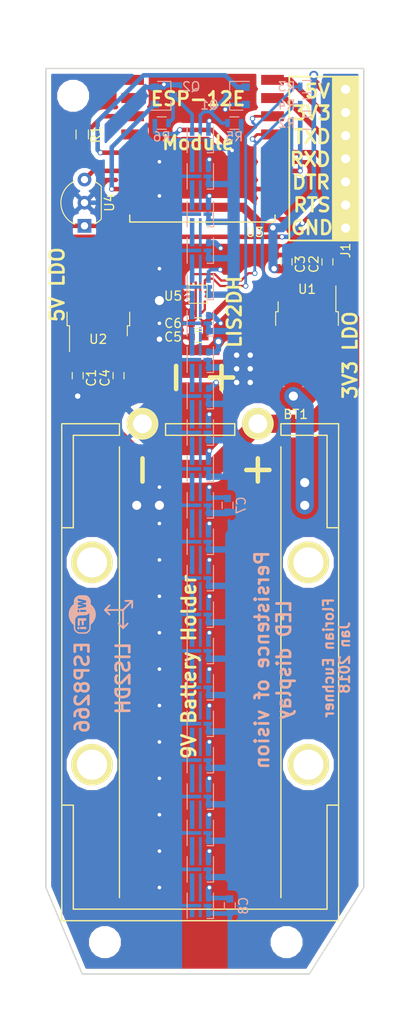
<source format=kicad_pcb>
(kicad_pcb (version 4) (host pcbnew 4.0.7)
  (layers (0 F.Cu signal) (31 B.Cu signal) (34 B.Paste user) (35 F.Paste user) (36 B.SilkS user) (37 F.SilkS user) (38 B.Mask user) (39 F.Mask user) (44 Edge.Cuts user))
  (net 0 "")
  (net 1 +BATT)
  (net 2 GND)
  (net 3 +3V3)
  (net 4 +5V)
  (net 5 "Net-(D1-Pad3)")
  (net 6 "Net-(D1-Pad2)")
  (net 7 "Net-(D2-Pad3)")
  (net 8 "Net-(D2-Pad2)")
  (net 9 "Net-(D10-Pad3)")
  (net 10 "Net-(D10-Pad2)")
  (net 11 "Net-(D11-Pad3)")
  (net 12 "Net-(D11-Pad2)")
  (net 13 "Net-(D10-Pad4)")
  (net 14 "Net-(D10-Pad5)")
  (net 15 /LEDDAT)
  (net 16 /LEDCLK)
  (net 17 /RTS)
  (net 18 /DTR)
  (net 19 /RXD)
  (net 20 /TXD)
  (net 21 "Net-(R2-Pad2)")
  (net 22 /SCL)
  (net 23 /SDA)
  (net 24 /HALL)
  (net 25 /LEDDAT_5V)
  (net 26 /LEDCLK_5V)
  (net 27 "Net-(D3-Pad3)")
  (net 28 "Net-(D3-Pad2)")
  (net 29 "Net-(D4-Pad3)")
  (net 30 "Net-(D4-Pad2)")
  (net 31 "Net-(D5-Pad3)")
  (net 32 "Net-(D5-Pad2)")
  (net 33 "Net-(D6-Pad3)")
  (net 34 "Net-(D6-Pad2)")
  (net 35 "Net-(D7-Pad3)")
  (net 36 "Net-(D7-Pad2)")
  (net 37 "Net-(D8-Pad3)")
  (net 38 "Net-(D8-Pad2)")
  (net 39 "Net-(D12-Pad3)")
  (net 40 "Net-(D12-Pad2)")
  (net 41 "Net-(D13-Pad3)")
  (net 42 "Net-(D13-Pad2)")
  (net 43 "Net-(D14-Pad3)")
  (net 44 "Net-(D14-Pad2)")
  (net 45 "Net-(D15-Pad3)")
  (net 46 "Net-(D15-Pad2)")
  (net 47 "Net-(D16-Pad3)")
  (net 48 "Net-(D16-Pad2)")
  (net 49 "Net-(D17-Pad3)")
  (net 50 "Net-(D17-Pad2)")
  (net 51 "Net-(D18-Pad3)")
  (net 52 "Net-(D18-Pad2)")
  (net 53 "Net-(D19-Pad3)")
  (net 54 "Net-(D19-Pad2)")
  (net 55 "Net-(D20-Pad3)")
  (net 56 "Net-(D20-Pad2)")
  (net 57 "Net-(D21-Pad3)")
  (net 58 "Net-(D21-Pad2)")
  (net 59 "Net-(D22-Pad3)")
  (net 60 "Net-(D22-Pad2)")
  (net 61 "Net-(U3-Pad1)")
  (net 62 "Net-(U3-Pad2)")
  (net 63 "Net-(U3-Pad4)")
  (net 64 "Net-(U5-Pad12)")
  (net 65 "Net-(U5-Pad11)")
  (module POVSlinger:BatteryHolder_9Volt_Keystone_1294 (layer F.Cu) (at 63.3374 79.035 270)
    (fp_text reference BT1 (at -1.035 -4.1626 360) (layer F.SilkS))
    (fp_text value "9V Battery")
    (pad 1 thru_hole circle (at 0 0 270) (size 3.5 3.5) (drill 2.06) (layers *.Cu *.Mask F.SilkS) (net 1 +BATT))
    (pad 2 thru_hole circle (at 0 12.7 270) (size 3.5 3.5) (drill 2.06) (layers *.Cu *.Mask F.SilkS) (net 2 GND))
    (pad 3 thru_hole circle (at 15.24 18.2626 270) (size 4.572 4.572) (drill 3.302) (layers *.Cu *.Mask F.SilkS))
    (pad 3 thru_hole circle (at 15.24 -5.5626 270) (size 4.572 4.572) (drill 3.302) (layers *.Cu *.Mask F.SilkS))
    (pad 3 thru_hole circle (at 37.465 -5.5626 270) (size 4.572 4.572) (drill 3.302) (layers *.Cu *.Mask F.SilkS))
    (pad 3 thru_hole circle (at 37.465 18.2626 270) (size 4.572 4.572) (drill 3.302) (layers *.Cu *.Mask F.SilkS))
  )
  (module POVSlinger:LIS2DH12 (layer F.Cu) (at 57.5 63.85 270)
    (fp_text reference U5 (at 1.15 3.5 540) (layer F.SilkS))
    (fp_text value LIS2HH12)
    (pad 7 smd rect (at 1.75 1.5 270) (size 0.4 0.25) (drill (offset 0.125 0)) (layers F.Cu F.Paste F.Mask) (net 2 GND))
    (pad 5 smd rect (at 0.7 1.55 270) (size 0.25 0.4) (drill (offset 0 0.125)) (layers F.Cu F.Paste F.Mask) (net 2 GND))
    (pad 6 smd rect (at 1.2 1.55 270) (size 0.25 0.4) (drill (offset 0 0.125)) (layers F.Cu F.Paste F.Mask) (net 2 GND))
    (pad 12 smd rect (at 0.7 -0.05 270) (size 0.25 0.4) (drill (offset 0 -0.125)) (layers F.Cu F.Paste F.Mask) (net 64 "Net-(U5-Pad12)"))
    (pad 11 smd rect (at 1.2 -0.05 270) (size 0.25 0.4) (drill (offset 0 -0.125)) (layers F.Cu F.Paste F.Mask) (net 65 "Net-(U5-Pad11)"))
    (pad 10 smd rect (at 1.75 0 270) (size 0.4 0.25) (drill (offset 0.125 0)) (layers F.Cu F.Paste F.Mask) (net 3 +3V3))
    (pad 9 smd rect (at 1.75 0.5 270) (size 0.4 0.25) (drill (offset 0.125 0)) (layers F.Cu F.Paste F.Mask) (net 3 +3V3))
    (pad 8 smd rect (at 1.75 1 270) (size 0.4 0.25) (drill (offset 0.125 0)) (layers F.Cu F.Paste F.Mask) (net 2 GND))
    (pad 4 smd rect (at 0.15 1.5 270) (size 0.4 0.25) (drill (offset -0.125 0)) (layers F.Cu F.Paste F.Mask) (net 23 /SDA))
    (pad 3 smd rect (at 0.15 1 270) (size 0.4 0.25) (drill (offset -0.125 0)) (layers F.Cu F.Paste F.Mask) (net 2 GND))
    (pad 2 smd rect (at 0.15 0.5 270) (size 0.4 0.25) (drill (offset -0.125 0)) (layers F.Cu F.Paste F.Mask) (net 3 +3V3))
    (pad 1 smd rect (at 0.15 0 270) (size 0.4 0.25) (drill (offset -0.125 0)) (layers F.Cu F.Paste F.Mask) (net 22 /SCL))
  )
  (module Mounting_Holes:MountingHole_2.5mm (layer F.Cu) (at 43 43)
    (fp_text reference REF** hide)
    (fp_text value MountingHole_2.5mm)
    (pad 1 np_thru_hole circle (at 0 0) (size 2.5 2.5) (drill 2.5) (layers *.Cu *.Mask))
  )
  (module Mounting_Holes:MountingHole_2.5mm (layer F.Cu) (at 66.5 136)
    (fp_text reference REF** hide)
    (fp_text value MountingHole_2.5mm)
    (pad 1 np_thru_hole circle (at 0 0) (size 2.5 2.5) (drill 2.5) (layers *.Cu *.Mask))
  )
  (module Capacitors_SMD:C_0603 (layer F.Cu) (at 43.5 73.75 270)
    (fp_text reference C1 (at 0.25 -1.5 270) (layer F.SilkS))
    (fp_text value 330n)
    (pad 2 smd rect (at 0.75 0 270) (size 0.8 0.75) (layers F.Cu F.Paste F.Mask) (net 2 GND))
    (pad 1 smd rect (at -0.75 0 270) (size 0.8 0.75) (layers F.Cu F.Paste F.Mask) (net 1 +BATT))
  )
  (module Capacitors_SMD:C_0603 (layer F.Cu) (at 71 61.25 90)
    (fp_text reference C2 (at -0.25 -1.5 90) (layer F.SilkS))
    (fp_text value 330n)
    (pad 2 smd rect (at 0.75 0 90) (size 0.8 0.75) (layers F.Cu F.Paste F.Mask) (net 2 GND))
    (pad 1 smd rect (at -0.75 0 90) (size 0.8 0.75) (layers F.Cu F.Paste F.Mask) (net 1 +BATT))
  )
  (module Capacitors_SMD:C_0603 (layer F.Cu) (at 66.5 61.25 90)
    (fp_text reference C3 (at -0.25 1.5 90) (layer F.SilkS))
    (fp_text value 4.7u)
    (pad 2 smd rect (at 0.75 0 90) (size 0.8 0.75) (layers F.Cu F.Paste F.Mask) (net 2 GND))
    (pad 1 smd rect (at -0.75 0 90) (size 0.8 0.75) (layers F.Cu F.Paste F.Mask) (net 3 +3V3))
  )
  (module Capacitors_SMD:C_0603 (layer F.Cu) (at 48 73.75 270)
    (fp_text reference C4 (at 0.25 1.5 270) (layer F.SilkS))
    (fp_text value 4.7u)
    (pad 2 smd rect (at 0.75 0 270) (size 0.8 0.75) (layers F.Cu F.Paste F.Mask) (net 2 GND))
    (pad 1 smd rect (at -0.75 0 270) (size 0.8 0.75) (layers F.Cu F.Paste F.Mask) (net 4 +5V))
  )
  (module Capacitors_SMD:C_0603 (layer F.Cu) (at 56.75 68 180)
    (fp_text reference C5 (at 2.75 -1.5 180) (layer F.SilkS))
    (fp_text value 10n)
    (pad 2 smd rect (at 0.75 0 180) (size 0.8 0.75) (layers F.Cu F.Paste F.Mask) (net 2 GND))
    (pad 1 smd rect (at -0.75 0 180) (size 0.8 0.75) (layers F.Cu F.Paste F.Mask) (net 3 +3V3))
  )
  (module Capacitors_SMD:C_0603 (layer F.Cu) (at 56.75 69.5 180)
    (fp_text reference C6 (at 2.75 1.5 180) (layer F.SilkS))
    (fp_text value 100n)
    (pad 2 smd rect (at 0.75 0 180) (size 0.8 0.75) (layers F.Cu F.Paste F.Mask) (net 2 GND))
    (pad 1 smd rect (at -0.75 0 180) (size 0.8 0.75) (layers F.Cu F.Paste F.Mask) (net 3 +3V3))
  )
  (module Capacitors_SMD:C_0603 (layer B.Cu) (at 60 88 90)
    (fp_text reference C7 (at 0 1.5 90) (layer B.SilkS) (effects (justify mirror)))
    (fp_text value 100n)
    (pad 2 smd rect (at 0.75 0 90) (size 0.8 0.75) (layers B.Cu B.Paste B.Mask) (net 2 GND))
    (pad 1 smd rect (at -0.75 0 90) (size 0.8 0.75) (layers B.Cu B.Paste B.Mask) (net 4 +5V))
  )
  (module Capacitors_SMD:C_0603 (layer B.Cu) (at 60.25 132 90)
    (fp_text reference C8 (at 0 1.5 90) (layer B.SilkS) (effects (justify mirror)))
    (fp_text value 100n)
    (pad 2 smd rect (at 0.75 0 90) (size 0.8 0.75) (layers B.Cu B.Paste B.Mask) (net 2 GND))
    (pad 1 smd rect (at -0.75 0 90) (size 0.8 0.75) (layers B.Cu B.Paste B.Mask) (net 4 +5V))
  )
  (module POVSlinger:APA102-2020 (layer B.Cu) (at 57 84 90)
    (fp_text reference D10)
    (fp_text value APA102-2020)
    (pad 4 smd rect (at 0.85 -0.9 90) (size 0.8 0.5) (layers B.Cu B.Paste B.Mask) (net 13 "Net-(D10-Pad4)"))
    (pad 5 smd rect (at 0.85 0 90) (size 0.8 0.3) (layers B.Cu B.Paste B.Mask) (net 14 "Net-(D10-Pad5)"))
    (pad 6 smd rect (at 0.85 0.9 90) (size 0.8 0.5) (layers B.Cu B.Paste B.Mask) (net 2 GND))
    (pad 3 smd rect (at -0.85 -0.9 90) (size 0.8 0.5) (layers B.Cu B.Paste B.Mask) (net 9 "Net-(D10-Pad3)"))
    (pad 2 smd rect (at -0.85 0 90) (size 0.8 0.3) (layers B.Cu B.Paste B.Mask) (net 10 "Net-(D10-Pad2)"))
    (pad 1 smd rect (at -0.85 0.9 90) (size 0.8 0.5) (layers B.Cu B.Paste B.Mask) (net 4 +5V))
    (pad 1 smd rect (at 0 0.825 90) (size 0.4 0.95) (layers B.Cu B.Paste B.Mask) (net 4 +5V))
    (pad 6 smd rect (at 0 -0.6 90) (size 0.4 1.4) (layers B.Cu B.Paste B.Mask) (net 2 GND))
  )
  (module POVSlinger:APA102-2020 (layer B.Cu) (at 57 124 90)
    (fp_text reference D20)
    (fp_text value APA102-2020)
    (pad 4 smd rect (at 0.85 -0.9 90) (size 0.8 0.5) (layers B.Cu B.Paste B.Mask) (net 53 "Net-(D19-Pad3)"))
    (pad 5 smd rect (at 0.85 0 90) (size 0.8 0.3) (layers B.Cu B.Paste B.Mask) (net 54 "Net-(D19-Pad2)"))
    (pad 6 smd rect (at 0.85 0.9 90) (size 0.8 0.5) (layers B.Cu B.Paste B.Mask) (net 2 GND))
    (pad 3 smd rect (at -0.85 -0.9 90) (size 0.8 0.5) (layers B.Cu B.Paste B.Mask) (net 55 "Net-(D20-Pad3)"))
    (pad 2 smd rect (at -0.85 0 90) (size 0.8 0.3) (layers B.Cu B.Paste B.Mask) (net 56 "Net-(D20-Pad2)"))
    (pad 1 smd rect (at -0.85 0.9 90) (size 0.8 0.5) (layers B.Cu B.Paste B.Mask) (net 4 +5V))
    (pad 1 smd rect (at 0 0.825 90) (size 0.4 0.95) (layers B.Cu B.Paste B.Mask) (net 4 +5V))
    (pad 6 smd rect (at 0 -0.6 90) (size 0.4 1.4) (layers B.Cu B.Paste B.Mask) (net 2 GND))
  )
  (module POVSlinger:APA102-2020 (layer B.Cu) (at 57 80 90)
    (fp_text reference D9)
    (fp_text value APA102-2020)
    (pad 4 smd rect (at 0.85 -0.9 90) (size 0.8 0.5) (layers B.Cu B.Paste B.Mask) (net 37 "Net-(D8-Pad3)"))
    (pad 5 smd rect (at 0.85 0 90) (size 0.8 0.3) (layers B.Cu B.Paste B.Mask) (net 38 "Net-(D8-Pad2)"))
    (pad 6 smd rect (at 0.85 0.9 90) (size 0.8 0.5) (layers B.Cu B.Paste B.Mask) (net 2 GND))
    (pad 3 smd rect (at -0.85 -0.9 90) (size 0.8 0.5) (layers B.Cu B.Paste B.Mask) (net 13 "Net-(D10-Pad4)"))
    (pad 2 smd rect (at -0.85 0 90) (size 0.8 0.3) (layers B.Cu B.Paste B.Mask) (net 14 "Net-(D10-Pad5)"))
    (pad 1 smd rect (at -0.85 0.9 90) (size 0.8 0.5) (layers B.Cu B.Paste B.Mask) (net 4 +5V))
    (pad 1 smd rect (at 0 0.825 90) (size 0.4 0.95) (layers B.Cu B.Paste B.Mask) (net 4 +5V))
    (pad 6 smd rect (at 0 -0.6 90) (size 0.4 1.4) (layers B.Cu B.Paste B.Mask) (net 2 GND))
  )
  (module POVSlinger:APA102-2020 (layer B.Cu) (at 57 120 90)
    (fp_text reference D19)
    (fp_text value APA102-2020)
    (pad 4 smd rect (at 0.85 -0.9 90) (size 0.8 0.5) (layers B.Cu B.Paste B.Mask) (net 51 "Net-(D18-Pad3)"))
    (pad 5 smd rect (at 0.85 0 90) (size 0.8 0.3) (layers B.Cu B.Paste B.Mask) (net 52 "Net-(D18-Pad2)"))
    (pad 6 smd rect (at 0.85 0.9 90) (size 0.8 0.5) (layers B.Cu B.Paste B.Mask) (net 2 GND))
    (pad 3 smd rect (at -0.85 -0.9 90) (size 0.8 0.5) (layers B.Cu B.Paste B.Mask) (net 53 "Net-(D19-Pad3)"))
    (pad 2 smd rect (at -0.85 0 90) (size 0.8 0.3) (layers B.Cu B.Paste B.Mask) (net 54 "Net-(D19-Pad2)"))
    (pad 1 smd rect (at -0.85 0.9 90) (size 0.8 0.5) (layers B.Cu B.Paste B.Mask) (net 4 +5V))
    (pad 1 smd rect (at 0 0.825 90) (size 0.4 0.95) (layers B.Cu B.Paste B.Mask) (net 4 +5V))
    (pad 6 smd rect (at 0 -0.6 90) (size 0.4 1.4) (layers B.Cu B.Paste B.Mask) (net 2 GND))
  )
  (module POVSlinger:APA102-2020 (layer B.Cu) (at 57 76 90)
    (fp_text reference D8)
    (fp_text value APA102-2020)
    (pad 4 smd rect (at 0.85 -0.9 90) (size 0.8 0.5) (layers B.Cu B.Paste B.Mask) (net 35 "Net-(D7-Pad3)"))
    (pad 5 smd rect (at 0.85 0 90) (size 0.8 0.3) (layers B.Cu B.Paste B.Mask) (net 36 "Net-(D7-Pad2)"))
    (pad 6 smd rect (at 0.85 0.9 90) (size 0.8 0.5) (layers B.Cu B.Paste B.Mask) (net 2 GND))
    (pad 3 smd rect (at -0.85 -0.9 90) (size 0.8 0.5) (layers B.Cu B.Paste B.Mask) (net 37 "Net-(D8-Pad3)"))
    (pad 2 smd rect (at -0.85 0 90) (size 0.8 0.3) (layers B.Cu B.Paste B.Mask) (net 38 "Net-(D8-Pad2)"))
    (pad 1 smd rect (at -0.85 0.9 90) (size 0.8 0.5) (layers B.Cu B.Paste B.Mask) (net 4 +5V))
    (pad 1 smd rect (at 0 0.825 90) (size 0.4 0.95) (layers B.Cu B.Paste B.Mask) (net 4 +5V))
    (pad 6 smd rect (at 0 -0.6 90) (size 0.4 1.4) (layers B.Cu B.Paste B.Mask) (net 2 GND))
  )
  (module POVSlinger:APA102-2020 (layer B.Cu) (at 57 116 90)
    (fp_text reference D18)
    (fp_text value APA102-2020)
    (pad 4 smd rect (at 0.85 -0.9 90) (size 0.8 0.5) (layers B.Cu B.Paste B.Mask) (net 49 "Net-(D17-Pad3)"))
    (pad 5 smd rect (at 0.85 0 90) (size 0.8 0.3) (layers B.Cu B.Paste B.Mask) (net 50 "Net-(D17-Pad2)"))
    (pad 6 smd rect (at 0.85 0.9 90) (size 0.8 0.5) (layers B.Cu B.Paste B.Mask) (net 2 GND))
    (pad 3 smd rect (at -0.85 -0.9 90) (size 0.8 0.5) (layers B.Cu B.Paste B.Mask) (net 51 "Net-(D18-Pad3)"))
    (pad 2 smd rect (at -0.85 0 90) (size 0.8 0.3) (layers B.Cu B.Paste B.Mask) (net 52 "Net-(D18-Pad2)"))
    (pad 1 smd rect (at -0.85 0.9 90) (size 0.8 0.5) (layers B.Cu B.Paste B.Mask) (net 4 +5V))
    (pad 1 smd rect (at 0 0.825 90) (size 0.4 0.95) (layers B.Cu B.Paste B.Mask) (net 4 +5V))
    (pad 6 smd rect (at 0 -0.6 90) (size 0.4 1.4) (layers B.Cu B.Paste B.Mask) (net 2 GND))
  )
  (module POVSlinger:APA102-2020 (layer B.Cu) (at 57 72 90)
    (fp_text reference D7)
    (fp_text value APA102-2020)
    (pad 4 smd rect (at 0.85 -0.9 90) (size 0.8 0.5) (layers B.Cu B.Paste B.Mask) (net 33 "Net-(D6-Pad3)"))
    (pad 5 smd rect (at 0.85 0 90) (size 0.8 0.3) (layers B.Cu B.Paste B.Mask) (net 34 "Net-(D6-Pad2)"))
    (pad 6 smd rect (at 0.85 0.9 90) (size 0.8 0.5) (layers B.Cu B.Paste B.Mask) (net 2 GND))
    (pad 3 smd rect (at -0.85 -0.9 90) (size 0.8 0.5) (layers B.Cu B.Paste B.Mask) (net 35 "Net-(D7-Pad3)"))
    (pad 2 smd rect (at -0.85 0 90) (size 0.8 0.3) (layers B.Cu B.Paste B.Mask) (net 36 "Net-(D7-Pad2)"))
    (pad 1 smd rect (at -0.85 0.9 90) (size 0.8 0.5) (layers B.Cu B.Paste B.Mask) (net 4 +5V))
    (pad 1 smd rect (at 0 0.825 90) (size 0.4 0.95) (layers B.Cu B.Paste B.Mask) (net 4 +5V))
    (pad 6 smd rect (at 0 -0.6 90) (size 0.4 1.4) (layers B.Cu B.Paste B.Mask) (net 2 GND))
  )
  (module POVSlinger:APA102-2020 (layer B.Cu) (at 57 112 90)
    (fp_text reference D17)
    (fp_text value APA102-2020)
    (pad 4 smd rect (at 0.85 -0.9 90) (size 0.8 0.5) (layers B.Cu B.Paste B.Mask) (net 47 "Net-(D16-Pad3)"))
    (pad 5 smd rect (at 0.85 0 90) (size 0.8 0.3) (layers B.Cu B.Paste B.Mask) (net 48 "Net-(D16-Pad2)"))
    (pad 6 smd rect (at 0.85 0.9 90) (size 0.8 0.5) (layers B.Cu B.Paste B.Mask) (net 2 GND))
    (pad 3 smd rect (at -0.85 -0.9 90) (size 0.8 0.5) (layers B.Cu B.Paste B.Mask) (net 49 "Net-(D17-Pad3)"))
    (pad 2 smd rect (at -0.85 0 90) (size 0.8 0.3) (layers B.Cu B.Paste B.Mask) (net 50 "Net-(D17-Pad2)"))
    (pad 1 smd rect (at -0.85 0.9 90) (size 0.8 0.5) (layers B.Cu B.Paste B.Mask) (net 4 +5V))
    (pad 1 smd rect (at 0 0.825 90) (size 0.4 0.95) (layers B.Cu B.Paste B.Mask) (net 4 +5V))
    (pad 6 smd rect (at 0 -0.6 90) (size 0.4 1.4) (layers B.Cu B.Paste B.Mask) (net 2 GND))
  )
  (module POVSlinger:APA102-2020 (layer B.Cu) (at 57 68 90)
    (fp_text reference D6)
    (fp_text value APA102-2020)
    (pad 4 smd rect (at 0.85 -0.9 90) (size 0.8 0.5) (layers B.Cu B.Paste B.Mask) (net 31 "Net-(D5-Pad3)"))
    (pad 5 smd rect (at 0.85 0 90) (size 0.8 0.3) (layers B.Cu B.Paste B.Mask) (net 32 "Net-(D5-Pad2)"))
    (pad 6 smd rect (at 0.85 0.9 90) (size 0.8 0.5) (layers B.Cu B.Paste B.Mask) (net 2 GND))
    (pad 3 smd rect (at -0.85 -0.9 90) (size 0.8 0.5) (layers B.Cu B.Paste B.Mask) (net 33 "Net-(D6-Pad3)"))
    (pad 2 smd rect (at -0.85 0 90) (size 0.8 0.3) (layers B.Cu B.Paste B.Mask) (net 34 "Net-(D6-Pad2)"))
    (pad 1 smd rect (at -0.85 0.9 90) (size 0.8 0.5) (layers B.Cu B.Paste B.Mask) (net 4 +5V))
    (pad 1 smd rect (at 0 0.825 90) (size 0.4 0.95) (layers B.Cu B.Paste B.Mask) (net 4 +5V))
    (pad 6 smd rect (at 0 -0.6 90) (size 0.4 1.4) (layers B.Cu B.Paste B.Mask) (net 2 GND))
  )
  (module POVSlinger:APA102-2020 (layer B.Cu) (at 57 108 90)
    (fp_text reference D16)
    (fp_text value APA102-2020)
    (pad 4 smd rect (at 0.85 -0.9 90) (size 0.8 0.5) (layers B.Cu B.Paste B.Mask) (net 45 "Net-(D15-Pad3)"))
    (pad 5 smd rect (at 0.85 0 90) (size 0.8 0.3) (layers B.Cu B.Paste B.Mask) (net 46 "Net-(D15-Pad2)"))
    (pad 6 smd rect (at 0.85 0.9 90) (size 0.8 0.5) (layers B.Cu B.Paste B.Mask) (net 2 GND))
    (pad 3 smd rect (at -0.85 -0.9 90) (size 0.8 0.5) (layers B.Cu B.Paste B.Mask) (net 47 "Net-(D16-Pad3)"))
    (pad 2 smd rect (at -0.85 0 90) (size 0.8 0.3) (layers B.Cu B.Paste B.Mask) (net 48 "Net-(D16-Pad2)"))
    (pad 1 smd rect (at -0.85 0.9 90) (size 0.8 0.5) (layers B.Cu B.Paste B.Mask) (net 4 +5V))
    (pad 1 smd rect (at 0 0.825 90) (size 0.4 0.95) (layers B.Cu B.Paste B.Mask) (net 4 +5V))
    (pad 6 smd rect (at 0 -0.6 90) (size 0.4 1.4) (layers B.Cu B.Paste B.Mask) (net 2 GND))
  )
  (module POVSlinger:APA102-2020 (layer B.Cu) (at 57 64 90)
    (fp_text reference D5)
    (fp_text value APA102-2020)
    (pad 4 smd rect (at 0.85 -0.9 90) (size 0.8 0.5) (layers B.Cu B.Paste B.Mask) (net 29 "Net-(D4-Pad3)"))
    (pad 5 smd rect (at 0.85 0 90) (size 0.8 0.3) (layers B.Cu B.Paste B.Mask) (net 30 "Net-(D4-Pad2)"))
    (pad 6 smd rect (at 0.85 0.9 90) (size 0.8 0.5) (layers B.Cu B.Paste B.Mask) (net 2 GND))
    (pad 3 smd rect (at -0.85 -0.9 90) (size 0.8 0.5) (layers B.Cu B.Paste B.Mask) (net 31 "Net-(D5-Pad3)"))
    (pad 2 smd rect (at -0.85 0 90) (size 0.8 0.3) (layers B.Cu B.Paste B.Mask) (net 32 "Net-(D5-Pad2)"))
    (pad 1 smd rect (at -0.85 0.9 90) (size 0.8 0.5) (layers B.Cu B.Paste B.Mask) (net 4 +5V))
    (pad 1 smd rect (at 0 0.825 90) (size 0.4 0.95) (layers B.Cu B.Paste B.Mask) (net 4 +5V))
    (pad 6 smd rect (at 0 -0.6 90) (size 0.4 1.4) (layers B.Cu B.Paste B.Mask) (net 2 GND))
  )
  (module POVSlinger:APA102-2020 (layer B.Cu) (at 57 104 90)
    (fp_text reference D15)
    (fp_text value APA102-2020)
    (pad 4 smd rect (at 0.85 -0.9 90) (size 0.8 0.5) (layers B.Cu B.Paste B.Mask) (net 43 "Net-(D14-Pad3)"))
    (pad 5 smd rect (at 0.85 0 90) (size 0.8 0.3) (layers B.Cu B.Paste B.Mask) (net 44 "Net-(D14-Pad2)"))
    (pad 6 smd rect (at 0.85 0.9 90) (size 0.8 0.5) (layers B.Cu B.Paste B.Mask) (net 2 GND))
    (pad 3 smd rect (at -0.85 -0.9 90) (size 0.8 0.5) (layers B.Cu B.Paste B.Mask) (net 45 "Net-(D15-Pad3)"))
    (pad 2 smd rect (at -0.85 0 90) (size 0.8 0.3) (layers B.Cu B.Paste B.Mask) (net 46 "Net-(D15-Pad2)"))
    (pad 1 smd rect (at -0.85 0.9 90) (size 0.8 0.5) (layers B.Cu B.Paste B.Mask) (net 4 +5V))
    (pad 1 smd rect (at 0 0.825 90) (size 0.4 0.95) (layers B.Cu B.Paste B.Mask) (net 4 +5V))
    (pad 6 smd rect (at 0 -0.6 90) (size 0.4 1.4) (layers B.Cu B.Paste B.Mask) (net 2 GND))
  )
  (module POVSlinger:APA102-2020 (layer B.Cu) (at 57 60 90)
    (fp_text reference D4)
    (fp_text value APA102-2020)
    (pad 4 smd rect (at 0.85 -0.9 90) (size 0.8 0.5) (layers B.Cu B.Paste B.Mask) (net 27 "Net-(D3-Pad3)"))
    (pad 5 smd rect (at 0.85 0 90) (size 0.8 0.3) (layers B.Cu B.Paste B.Mask) (net 28 "Net-(D3-Pad2)"))
    (pad 6 smd rect (at 0.85 0.9 90) (size 0.8 0.5) (layers B.Cu B.Paste B.Mask) (net 2 GND))
    (pad 3 smd rect (at -0.85 -0.9 90) (size 0.8 0.5) (layers B.Cu B.Paste B.Mask) (net 29 "Net-(D4-Pad3)"))
    (pad 2 smd rect (at -0.85 0 90) (size 0.8 0.3) (layers B.Cu B.Paste B.Mask) (net 30 "Net-(D4-Pad2)"))
    (pad 1 smd rect (at -0.85 0.9 90) (size 0.8 0.5) (layers B.Cu B.Paste B.Mask) (net 4 +5V))
    (pad 1 smd rect (at 0 0.825 90) (size 0.4 0.95) (layers B.Cu B.Paste B.Mask) (net 4 +5V))
    (pad 6 smd rect (at 0 -0.6 90) (size 0.4 1.4) (layers B.Cu B.Paste B.Mask) (net 2 GND))
  )
  (module POVSlinger:APA102-2020 (layer B.Cu) (at 57 100 90)
    (fp_text reference D14)
    (fp_text value APA102-2020)
    (pad 4 smd rect (at 0.85 -0.9 90) (size 0.8 0.5) (layers B.Cu B.Paste B.Mask) (net 41 "Net-(D13-Pad3)"))
    (pad 5 smd rect (at 0.85 0 90) (size 0.8 0.3) (layers B.Cu B.Paste B.Mask) (net 42 "Net-(D13-Pad2)"))
    (pad 6 smd rect (at 0.85 0.9 90) (size 0.8 0.5) (layers B.Cu B.Paste B.Mask) (net 2 GND))
    (pad 3 smd rect (at -0.85 -0.9 90) (size 0.8 0.5) (layers B.Cu B.Paste B.Mask) (net 43 "Net-(D14-Pad3)"))
    (pad 2 smd rect (at -0.85 0 90) (size 0.8 0.3) (layers B.Cu B.Paste B.Mask) (net 44 "Net-(D14-Pad2)"))
    (pad 1 smd rect (at -0.85 0.9 90) (size 0.8 0.5) (layers B.Cu B.Paste B.Mask) (net 4 +5V))
    (pad 1 smd rect (at 0 0.825 90) (size 0.4 0.95) (layers B.Cu B.Paste B.Mask) (net 4 +5V))
    (pad 6 smd rect (at 0 -0.6 90) (size 0.4 1.4) (layers B.Cu B.Paste B.Mask) (net 2 GND))
  )
  (module POVSlinger:APA102-2020 (layer B.Cu) (at 57 56 90)
    (fp_text reference D3)
    (fp_text value APA102-2020)
    (pad 4 smd rect (at 0.85 -0.9 90) (size 0.8 0.5) (layers B.Cu B.Paste B.Mask) (net 7 "Net-(D2-Pad3)"))
    (pad 5 smd rect (at 0.85 0 90) (size 0.8 0.3) (layers B.Cu B.Paste B.Mask) (net 8 "Net-(D2-Pad2)"))
    (pad 6 smd rect (at 0.85 0.9 90) (size 0.8 0.5) (layers B.Cu B.Paste B.Mask) (net 2 GND))
    (pad 3 smd rect (at -0.85 -0.9 90) (size 0.8 0.5) (layers B.Cu B.Paste B.Mask) (net 27 "Net-(D3-Pad3)"))
    (pad 2 smd rect (at -0.85 0 90) (size 0.8 0.3) (layers B.Cu B.Paste B.Mask) (net 28 "Net-(D3-Pad2)"))
    (pad 1 smd rect (at -0.85 0.9 90) (size 0.8 0.5) (layers B.Cu B.Paste B.Mask) (net 4 +5V))
    (pad 1 smd rect (at 0 0.825 90) (size 0.4 0.95) (layers B.Cu B.Paste B.Mask) (net 4 +5V))
    (pad 6 smd rect (at 0 -0.6 90) (size 0.4 1.4) (layers B.Cu B.Paste B.Mask) (net 2 GND))
  )
  (module POVSlinger:APA102-2020 (layer B.Cu) (at 57 96 90)
    (fp_text reference D13)
    (fp_text value APA102-2020)
    (pad 4 smd rect (at 0.85 -0.9 90) (size 0.8 0.5) (layers B.Cu B.Paste B.Mask) (net 39 "Net-(D12-Pad3)"))
    (pad 5 smd rect (at 0.85 0 90) (size 0.8 0.3) (layers B.Cu B.Paste B.Mask) (net 40 "Net-(D12-Pad2)"))
    (pad 6 smd rect (at 0.85 0.9 90) (size 0.8 0.5) (layers B.Cu B.Paste B.Mask) (net 2 GND))
    (pad 3 smd rect (at -0.85 -0.9 90) (size 0.8 0.5) (layers B.Cu B.Paste B.Mask) (net 41 "Net-(D13-Pad3)"))
    (pad 2 smd rect (at -0.85 0 90) (size 0.8 0.3) (layers B.Cu B.Paste B.Mask) (net 42 "Net-(D13-Pad2)"))
    (pad 1 smd rect (at -0.85 0.9 90) (size 0.8 0.5) (layers B.Cu B.Paste B.Mask) (net 4 +5V))
    (pad 1 smd rect (at 0 0.825 90) (size 0.4 0.95) (layers B.Cu B.Paste B.Mask) (net 4 +5V))
    (pad 6 smd rect (at 0 -0.6 90) (size 0.4 1.4) (layers B.Cu B.Paste B.Mask) (net 2 GND))
  )
  (module POVSlinger:APA102-2020 (layer B.Cu) (at 57 51.85 90)
    (fp_text reference D2)
    (fp_text value APA102-2020)
    (pad 4 smd rect (at 0.85 -0.9 90) (size 0.8 0.5) (layers B.Cu B.Paste B.Mask) (net 5 "Net-(D1-Pad3)"))
    (pad 5 smd rect (at 0.85 0 90) (size 0.8 0.3) (layers B.Cu B.Paste B.Mask) (net 6 "Net-(D1-Pad2)"))
    (pad 6 smd rect (at 0.85 0.9 90) (size 0.8 0.5) (layers B.Cu B.Paste B.Mask) (net 2 GND))
    (pad 3 smd rect (at -0.85 -0.9 90) (size 0.8 0.5) (layers B.Cu B.Paste B.Mask) (net 7 "Net-(D2-Pad3)"))
    (pad 2 smd rect (at -0.85 0 90) (size 0.8 0.3) (layers B.Cu B.Paste B.Mask) (net 8 "Net-(D2-Pad2)"))
    (pad 1 smd rect (at -0.85 0.9 90) (size 0.8 0.5) (layers B.Cu B.Paste B.Mask) (net 4 +5V))
    (pad 1 smd rect (at 0 0.825 90) (size 0.4 0.95) (layers B.Cu B.Paste B.Mask) (net 4 +5V))
    (pad 6 smd rect (at 0 -0.6 90) (size 0.4 1.4) (layers B.Cu B.Paste B.Mask) (net 2 GND))
  )
  (module POVSlinger:APA102-2020 (layer B.Cu) (at 57 92 90)
    (fp_text reference D12)
    (fp_text value APA102-2020)
    (pad 4 smd rect (at 0.85 -0.9 90) (size 0.8 0.5) (layers B.Cu B.Paste B.Mask) (net 11 "Net-(D11-Pad3)"))
    (pad 5 smd rect (at 0.85 0 90) (size 0.8 0.3) (layers B.Cu B.Paste B.Mask) (net 12 "Net-(D11-Pad2)"))
    (pad 6 smd rect (at 0.85 0.9 90) (size 0.8 0.5) (layers B.Cu B.Paste B.Mask) (net 2 GND))
    (pad 3 smd rect (at -0.85 -0.9 90) (size 0.8 0.5) (layers B.Cu B.Paste B.Mask) (net 39 "Net-(D12-Pad3)"))
    (pad 2 smd rect (at -0.85 0 90) (size 0.8 0.3) (layers B.Cu B.Paste B.Mask) (net 40 "Net-(D12-Pad2)"))
    (pad 1 smd rect (at -0.85 0.9 90) (size 0.8 0.5) (layers B.Cu B.Paste B.Mask) (net 4 +5V))
    (pad 1 smd rect (at 0 0.825 90) (size 0.4 0.95) (layers B.Cu B.Paste B.Mask) (net 4 +5V))
    (pad 6 smd rect (at 0 -0.6 90) (size 0.4 1.4) (layers B.Cu B.Paste B.Mask) (net 2 GND))
  )
  (module POVSlinger:APA102-2020 (layer B.Cu) (at 57 47.85 90)
    (fp_text reference D1)
    (fp_text value APA102-2020)
    (pad 4 smd rect (at 0.85 -0.9 90) (size 0.8 0.5) (layers B.Cu B.Paste B.Mask) (net 25 /LEDDAT_5V))
    (pad 5 smd rect (at 0.85 0 90) (size 0.8 0.3) (layers B.Cu B.Paste B.Mask) (net 26 /LEDCLK_5V))
    (pad 6 smd rect (at 0.85 0.9 90) (size 0.8 0.5) (layers B.Cu B.Paste B.Mask) (net 2 GND))
    (pad 3 smd rect (at -0.85 -0.9 90) (size 0.8 0.5) (layers B.Cu B.Paste B.Mask) (net 5 "Net-(D1-Pad3)"))
    (pad 2 smd rect (at -0.85 0 90) (size 0.8 0.3) (layers B.Cu B.Paste B.Mask) (net 6 "Net-(D1-Pad2)"))
    (pad 1 smd rect (at -0.85 0.9 90) (size 0.8 0.5) (layers B.Cu B.Paste B.Mask) (net 4 +5V))
    (pad 1 smd rect (at 0 0.825 90) (size 0.4 0.95) (layers B.Cu B.Paste B.Mask) (net 4 +5V))
    (pad 6 smd rect (at 0 -0.6 90) (size 0.4 1.4) (layers B.Cu B.Paste B.Mask) (net 2 GND))
  )
  (module POVSlinger:APA102-2020 (layer B.Cu) (at 57 88 90)
    (fp_text reference D11)
    (fp_text value APA102-2020)
    (pad 4 smd rect (at 0.85 -0.9 90) (size 0.8 0.5) (layers B.Cu B.Paste B.Mask) (net 9 "Net-(D10-Pad3)"))
    (pad 5 smd rect (at 0.85 0 90) (size 0.8 0.3) (layers B.Cu B.Paste B.Mask) (net 10 "Net-(D10-Pad2)"))
    (pad 6 smd rect (at 0.85 0.9 90) (size 0.8 0.5) (layers B.Cu B.Paste B.Mask) (net 2 GND))
    (pad 3 smd rect (at -0.85 -0.9 90) (size 0.8 0.5) (layers B.Cu B.Paste B.Mask) (net 11 "Net-(D11-Pad3)"))
    (pad 2 smd rect (at -0.85 0 90) (size 0.8 0.3) (layers B.Cu B.Paste B.Mask) (net 12 "Net-(D11-Pad2)"))
    (pad 1 smd rect (at -0.85 0.9 90) (size 0.8 0.5) (layers B.Cu B.Paste B.Mask) (net 4 +5V))
    (pad 1 smd rect (at 0 0.825 90) (size 0.4 0.95) (layers B.Cu B.Paste B.Mask) (net 4 +5V))
    (pad 6 smd rect (at 0 -0.6 90) (size 0.4 1.4) (layers B.Cu B.Paste B.Mask) (net 2 GND))
  )
  (module Pin_Headers:Pin_Header_Straight_1x07_Pitch2.54mm (layer F.Cu) (at 73 57.54 180)
    (fp_text reference J1 (at 0 -2.46 270) (layer F.SilkS))
    (fp_text value DEBUG)
    (pad 1 thru_hole rect (at 0 0 180) (size 1.7 1.7) (drill 1) (layers *.Cu *.Mask) (net 2 GND))
    (pad 2 thru_hole oval (at 0 2.54 180) (size 1.7 1.7) (drill 1) (layers *.Cu *.Mask) (net 17 /RTS))
    (pad 3 thru_hole oval (at 0 5.08 180) (size 1.7 1.7) (drill 1) (layers *.Cu *.Mask) (net 18 /DTR))
    (pad 4 thru_hole oval (at 0 7.62 180) (size 1.7 1.7) (drill 1) (layers *.Cu *.Mask) (net 19 /RXD))
    (pad 5 thru_hole oval (at 0 10.16 180) (size 1.7 1.7) (drill 1) (layers *.Cu *.Mask) (net 20 /TXD))
    (pad 6 thru_hole oval (at 0 12.7 180) (size 1.7 1.7) (drill 1) (layers *.Cu *.Mask) (net 3 +3V3))
    (pad 7 thru_hole oval (at 0 15.24 180) (size 1.7 1.7) (drill 1) (layers *.Cu *.Mask) (net 4 +5V))
  )
  (module Resistors_SMD:R_0603 (layer F.Cu) (at 44 47.25 90)
    (fp_text reference R1 (at 0 1.5 90) (layer F.SilkS))
    (fp_text value 10K)
    (pad 1 smd rect (at -0.75 0 90) (size 0.5 0.9) (layers F.Cu F.Paste F.Mask) (net 3 +3V3))
    (pad 2 smd rect (at 0.75 0 90) (size 0.5 0.9) (layers F.Cu F.Paste F.Mask) (net 17 /RTS))
  )
  (module Resistors_SMD:R_0603 (layer B.Cu) (at 68.75 46 180)
    (fp_text reference R2 (at 2.25 0 360) (layer B.SilkS) (effects (justify mirror)))
    (fp_text value 10K)
    (pad 1 smd rect (at -0.75 0 180) (size 0.5 0.9) (layers B.Cu B.Paste B.Mask) (net 3 +3V3))
    (pad 2 smd rect (at 0.75 0 180) (size 0.5 0.9) (layers B.Cu B.Paste B.Mask) (net 21 "Net-(R2-Pad2)"))
  )
  (module Resistors_SMD:R_0603 (layer B.Cu) (at 68.75 42 180)
    (fp_text reference R3 (at 2.25 0 360) (layer B.SilkS) (effects (justify mirror)))
    (fp_text value 4K7)
    (pad 1 smd rect (at -0.75 0 180) (size 0.5 0.9) (layers B.Cu B.Paste B.Mask) (net 3 +3V3))
    (pad 2 smd rect (at 0.75 0 180) (size 0.5 0.9) (layers B.Cu B.Paste B.Mask) (net 22 /SCL))
  )
  (module Resistors_SMD:R_0603 (layer B.Cu) (at 68.75 44 180)
    (fp_text reference R4 (at 2.25 0 360) (layer B.SilkS) (effects (justify mirror)))
    (fp_text value 4K7)
    (pad 1 smd rect (at -0.75 0 180) (size 0.5 0.9) (layers B.Cu B.Paste B.Mask) (net 3 +3V3))
    (pad 2 smd rect (at 0.75 0 180) (size 0.5 0.9) (layers B.Cu B.Paste B.Mask) (net 23 /SDA))
  )
  (module TO_SOT_Packages_SMD:TO-252-2 (layer F.Cu) (at 68.75 69.2 270)
    (fp_text reference U1 (at -4.95 0 360) (layer F.SilkS))
    (fp_text value LF33_TO252)
    (pad 1 smd rect (at -4.2 -2.28 270) (size 2.2 1.2) (layers F.Cu F.Paste F.Mask) (net 1 +BATT))
    (pad 3 smd rect (at -4.2 2.28 270) (size 2.2 1.2) (layers F.Cu F.Paste F.Mask) (net 3 +3V3))
    (pad 2 smd rect (at 2.1 0 270) (size 6.4 5.8) (layers F.Cu F.Mask) (net 2 GND))
    (pad 2 smd rect (at 3.775 1.525 270) (size 3.05 2.75) (layers F.Cu F.Paste) (net 2 GND))
    (pad 2 smd rect (at 0.425 -1.525 270) (size 3.05 2.75) (layers F.Cu F.Paste) (net 2 GND))
    (pad 2 smd rect (at 3.775 -1.525 270) (size 3.05 2.75) (layers F.Cu F.Paste) (net 2 GND))
    (pad 2 smd rect (at 0.425 1.525 270) (size 3.05 2.75) (layers F.Cu F.Paste) (net 2 GND))
  )
  (module TO_SOT_Packages_SMD:TO-252-2 (layer F.Cu) (at 45.78 65.8 90)
    (fp_text reference U2 (at -3.95 -0.03 180) (layer F.SilkS))
    (fp_text value L7805)
    (pad 1 smd rect (at -4.2 -2.28 90) (size 2.2 1.2) (layers F.Cu F.Paste F.Mask) (net 1 +BATT))
    (pad 3 smd rect (at -4.2 2.28 90) (size 2.2 1.2) (layers F.Cu F.Paste F.Mask) (net 4 +5V))
    (pad 2 smd rect (at 2.1 0 90) (size 6.4 5.8) (layers F.Cu F.Mask) (net 2 GND))
    (pad 2 smd rect (at 3.775 1.525 90) (size 3.05 2.75) (layers F.Cu F.Paste) (net 2 GND))
    (pad 2 smd rect (at 0.425 -1.525 90) (size 3.05 2.75) (layers F.Cu F.Paste) (net 2 GND))
    (pad 2 smd rect (at 3.775 -1.525 90) (size 3.05 2.75) (layers F.Cu F.Paste) (net 2 GND))
    (pad 2 smd rect (at 0.425 1.525 90) (size 3.05 2.75) (layers F.Cu F.Paste) (net 2 GND))
  )
  (module TO_SOT_Packages_THT:TO-92_Inline_Wide (layer F.Cu) (at 44.25 57.29 90)
    (fp_text reference U4 (at 2.54 2.75 270) (layer F.SilkS))
    (fp_text value "US5881 or similar")
    (pad 2 thru_hole circle (at 2.54 0 180) (size 1.52 1.52) (drill 0.8) (layers *.Cu *.Mask) (net 2 GND))
    (pad 3 thru_hole circle (at 5.08 0 180) (size 1.52 1.52) (drill 0.8) (layers *.Cu *.Mask) (net 24 /HALL))
    (pad 1 thru_hole rect (at 0 0 180) (size 1.52 1.52) (drill 0.8) (layers *.Cu *.Mask) (net 3 +3V3))
  )
  (module TO_SOT_Packages_SMD:SOT-23 (layer B.Cu) (at 61 43 180)
    (fp_text reference Q1 (at 3 -1 180) (layer B.SilkS) (effects (justify mirror)))
    (fp_text value BSS138)
    (pad 1 smd rect (at -1 0.95 180) (size 0.9 0.8) (layers B.Cu B.Paste B.Mask) (net 16 /LEDCLK))
    (pad 2 smd rect (at -1 -0.95 180) (size 0.9 0.8) (layers B.Cu B.Paste B.Mask) (net 2 GND))
    (pad 3 smd rect (at 1 0 180) (size 0.9 0.8) (layers B.Cu B.Paste B.Mask) (net 26 /LEDCLK_5V))
  )
  (module TO_SOT_Packages_SMD:SOT-23 (layer B.Cu) (at 53 43)
    (fp_text reference Q2 (at 3 -1) (layer B.SilkS) (effects (justify mirror)))
    (fp_text value BSS138)
    (pad 1 smd rect (at -1 0.95) (size 0.9 0.8) (layers B.Cu B.Paste B.Mask) (net 15 /LEDDAT))
    (pad 2 smd rect (at -1 -0.95) (size 0.9 0.8) (layers B.Cu B.Paste B.Mask) (net 2 GND))
    (pad 3 smd rect (at 1 0) (size 0.9 0.8) (layers B.Cu B.Paste B.Mask) (net 25 /LEDDAT_5V))
  )
  (module Resistors_SMD:R_0603 (layer B.Cu) (at 60.75 46 180)
    (fp_text reference R5 (at 0 -1.5 180) (layer B.SilkS) (effects (justify mirror)))
    (fp_text value 10K)
    (pad 1 smd rect (at -0.75 0 180) (size 0.5 0.9) (layers B.Cu B.Paste B.Mask) (net 4 +5V))
    (pad 2 smd rect (at 0.75 0 180) (size 0.5 0.9) (layers B.Cu B.Paste B.Mask) (net 26 /LEDCLK_5V))
  )
  (module Resistors_SMD:R_0603 (layer B.Cu) (at 52.75 46)
    (fp_text reference R6 (at 0 1.5) (layer B.SilkS) (effects (justify mirror)))
    (fp_text value 10K)
    (pad 1 smd rect (at -0.75 0) (size 0.5 0.9) (layers B.Cu B.Paste B.Mask) (net 4 +5V))
    (pad 2 smd rect (at 0.75 0) (size 0.5 0.9) (layers B.Cu B.Paste B.Mask) (net 25 /LEDDAT_5V))
  )
  (module POVSlinger:APA102-2020 (layer B.Cu) (at 57 128 90)
    (fp_text reference D21)
    (fp_text value APA102-2020)
    (pad 4 smd rect (at 0.85 -0.9 90) (size 0.8 0.5) (layers B.Cu B.Paste B.Mask) (net 55 "Net-(D20-Pad3)"))
    (pad 5 smd rect (at 0.85 0 90) (size 0.8 0.3) (layers B.Cu B.Paste B.Mask) (net 56 "Net-(D20-Pad2)"))
    (pad 6 smd rect (at 0.85 0.9 90) (size 0.8 0.5) (layers B.Cu B.Paste B.Mask) (net 2 GND))
    (pad 3 smd rect (at -0.85 -0.9 90) (size 0.8 0.5) (layers B.Cu B.Paste B.Mask) (net 57 "Net-(D21-Pad3)"))
    (pad 2 smd rect (at -0.85 0 90) (size 0.8 0.3) (layers B.Cu B.Paste B.Mask) (net 58 "Net-(D21-Pad2)"))
    (pad 1 smd rect (at -0.85 0.9 90) (size 0.8 0.5) (layers B.Cu B.Paste B.Mask) (net 4 +5V))
    (pad 1 smd rect (at 0 0.825 90) (size 0.4 0.95) (layers B.Cu B.Paste B.Mask) (net 4 +5V))
    (pad 6 smd rect (at 0 -0.6 90) (size 0.4 1.4) (layers B.Cu B.Paste B.Mask) (net 2 GND))
  )
  (module POVSlinger:APA102-2020 (layer B.Cu) (at 57 132 90)
    (fp_text reference D22)
    (fp_text value APA102-2020)
    (pad 4 smd rect (at 0.85 -0.9 90) (size 0.8 0.5) (layers B.Cu B.Paste B.Mask) (net 57 "Net-(D21-Pad3)"))
    (pad 5 smd rect (at 0.85 0 90) (size 0.8 0.3) (layers B.Cu B.Paste B.Mask) (net 58 "Net-(D21-Pad2)"))
    (pad 6 smd rect (at 0.85 0.9 90) (size 0.8 0.5) (layers B.Cu B.Paste B.Mask) (net 2 GND))
    (pad 3 smd rect (at -0.85 -0.9 90) (size 0.8 0.5) (layers B.Cu B.Paste B.Mask) (net 59 "Net-(D22-Pad3)"))
    (pad 2 smd rect (at -0.85 0 90) (size 0.8 0.3) (layers B.Cu B.Paste B.Mask) (net 60 "Net-(D22-Pad2)"))
    (pad 1 smd rect (at -0.85 0.9 90) (size 0.8 0.5) (layers B.Cu B.Paste B.Mask) (net 4 +5V))
    (pad 1 smd rect (at 0 0.825 90) (size 0.4 0.95) (layers B.Cu B.Paste B.Mask) (net 4 +5V))
    (pad 6 smd rect (at 0 -0.6 90) (size 0.4 1.4) (layers B.Cu B.Paste B.Mask) (net 2 GND))
  )
  (module POVSlinger:ESP-12E_SMD (layer F.Cu) (at 50.25 41.25)
    (fp_text reference U3 (at 12.75 16.75 180) (layer F.SilkS))
    (fp_text value ESP-12E hide)
    (pad 1 smd rect (at 0 0) (size 2.5 1.1) (drill (offset -0.7 0)) (layers F.Cu F.Paste F.Mask) (net 61 "Net-(U3-Pad1)"))
    (pad 2 smd rect (at 0 2) (size 2.5 1.1) (drill (offset -0.7 0)) (layers F.Cu F.Paste F.Mask) (net 62 "Net-(U3-Pad2)"))
    (pad 3 smd rect (at 0 4) (size 2.5 1.1) (drill (offset -0.7 0)) (layers F.Cu F.Paste F.Mask) (net 17 /RTS))
    (pad 4 smd rect (at 0 6) (size 2.5 1.1) (drill (offset -0.7 0)) (layers F.Cu F.Paste F.Mask) (net 63 "Net-(U3-Pad4)"))
    (pad 5 smd rect (at 0 8) (size 2.5 1.1) (drill (offset -0.7 0)) (layers F.Cu F.Paste F.Mask) (net 16 /LEDCLK))
    (pad 6 smd rect (at 0 10) (size 2.5 1.1) (drill (offset -0.7 0)) (layers F.Cu F.Paste F.Mask) (net 24 /HALL))
    (pad 7 smd rect (at 0 12) (size 2.5 1.1) (drill (offset -0.7 0)) (layers F.Cu F.Paste F.Mask) (net 15 /LEDDAT))
    (pad 8 smd rect (at 0 14) (size 2.5 1.1) (drill (offset -0.7 0)) (layers F.Cu F.Paste F.Mask) (net 3 +3V3))
    (pad 9 smd rect (at 14 14) (size 2.5 1.1) (drill (offset 0.7 0)) (layers F.Cu F.Paste F.Mask) (net 2 GND))
    (pad 10 smd rect (at 14 12) (size 2.5 1.1) (drill (offset 0.7 0)) (layers F.Cu F.Paste F.Mask) (net 2 GND))
    (pad 11 smd rect (at 14 10) (size 2.5 1.1) (drill (offset 0.7 0)) (layers F.Cu F.Paste F.Mask) (net 21 "Net-(R2-Pad2)"))
    (pad 12 smd rect (at 14 8) (size 2.5 1.1) (drill (offset 0.7 0)) (layers F.Cu F.Paste F.Mask) (net 18 /DTR))
    (pad 13 smd rect (at 14 6) (size 2.5 1.1) (drill (offset 0.7 0)) (layers F.Cu F.Paste F.Mask) (net 23 /SDA))
    (pad 14 smd rect (at 14 4) (size 2.5 1.1) (drill (offset 0.7 0)) (layers F.Cu F.Paste F.Mask) (net 22 /SCL))
    (pad 15 smd rect (at 14 2) (size 2.5 1.1) (drill (offset 0.7 0)) (layers F.Cu F.Paste F.Mask) (net 19 /RXD))
    (pad 16 smd rect (at 14 0) (size 2.5 1.1) (drill (offset 0.7 0)) (layers F.Cu F.Paste F.Mask) (net 20 /TXD))
  )
  (module Mounting_Holes:MountingHole_2.5mm (layer F.Cu) (at 46.5 136)
    (fp_text reference REF** hide)
    (fp_text value MountingHole_2.5mm)
    (pad 1 np_thru_hole circle (at 0 0) (size 2.5 2.5) (drill 2.5) (layers *.Cu *.Mask))
  )
  (module POVSlinger:wifilogo (layer B.Cu) (at 44 100 270)
    (fp_text reference G*** hide)
    (fp_text value LOGO hide)
  )
  (gr_line (start 69 139.5) (end 44 139.5) (layer Edge.Cuts) (width 0.15))
  (gr_text "Florian Euchner\nJan 2018" (at 72 104.75 90) (layer B.SilkS) (effects (font (size 1.1 1.1) (thickness 0.25)) (justify mirror)))
  (gr_text LIS2DH (at 60.75 66.75 90) (layer F.SilkS) (effects (font (size 1.5 1.5) (thickness 0.3))))
  (gr_text "9V Battery Holder" (at 55.75 105.75 90) (layer F.SilkS) (effects (font (size 1.5 1.5) (thickness 0.3))))
  (gr_text "ESP-12E\n\nModule" (at 56.75 45.75) (layer F.SilkS) (effects (font (size 1.5 1.5) (thickness 0.3))))
  (gr_text "3V3 LDO" (at 73.5 71.5 90) (layer F.SilkS) (effects (font (size 1.5 1.5) (thickness 0.3))))
  (gr_text "5V LDO" (at 41.25 63.75 90) (layer F.SilkS) (effects (font (size 1.5 1.5) (thickness 0.3))))
  (gr_line (start 49.5 98.5) (end 48.75 98.5) (layer B.SilkS) (width 0.2))
  (gr_line (start 49.5 98.5) (end 49.5 99.25) (layer B.SilkS) (width 0.2))
  (gr_line (start 46.5 99.5) (end 47 100) (layer B.SilkS) (width 0.2))
  (gr_text LIS2DH (at 48.5 107 90) (layer B.SilkS) (effects (font (size 1.5 1.5) (thickness 0.3)) (justify mirror)))
  (gr_line (start 48.5 99.5) (end 49.5 98.5) (layer B.SilkS) (width 0.2))
  (gr_line (start 48.5 101.5) (end 48 101) (layer B.SilkS) (width 0.2))
  (gr_line (start 48.5 101.5) (end 49 101) (layer B.SilkS) (width 0.2))
  (gr_line (start 48.5 99.5) (end 48.5 101.5) (layer B.SilkS) (width 0.2))
  (gr_line (start 47 99) (end 46.5 99.5) (layer B.SilkS) (width 0.2))
  (gr_line (start 46.5 99.5) (end 47 99) (layer B.SilkS) (width 0.2))
  (gr_line (start 48.5 99.5) (end 46.5 99.5) (layer B.SilkS) (width 0.2))
  (gr_text ESP8266 (at 44 108 90) (layer B.SilkS) (effects (font (size 1.5 1.5) (thickness 0.3)) (justify mirror)))
  (gr_text "Persistence of vision\nLED display" (at 65 105 90) (layer B.SilkS) (effects (font (size 1.5 1.5) (thickness 0.3)) (justify mirror)))
  (gr_line (start 66.8 40.9) (end 66.8 54) (layer F.SilkS) (width 0.2))
  (gr_line (start 66.9 40.9) (end 66.8 40.9) (layer F.SilkS) (width 0.2))
  (gr_line (start 67 40.9) (end 66.9 40.9) (layer F.SilkS) (width 0.2))
  (gr_line (start 74.4 40.9) (end 67 40.9) (layer F.SilkS) (width 0.2))
  (gr_line (start 74.4 58.9) (end 74.4 40.9) (layer F.SilkS) (width 0.2))
  (gr_line (start 66.8 58.9) (end 74.4 58.9) (layer F.SilkS) (width 0.2))
  (gr_line (start 66.8 58.8) (end 66.8 58.9) (layer F.SilkS) (width 0.2))
  (gr_line (start 66.8 58.7) (end 66.8 58.8) (layer F.SilkS) (width 0.2))
  (gr_line (start 66.8 54) (end 66.8 58.7) (layer F.SilkS) (width 0.2))
  (gr_text GND (at 69.3 57.5) (layer F.SilkS) (effects (font (size 1.5 1.5) (thickness 0.3))))
  (gr_text RTS (at 69.3 55) (layer F.SilkS) (effects (font (size 1.5 1.5) (thickness 0.3))))
  (gr_text DTR (at 69.2 52.5) (layer F.SilkS) (effects (font (size 1.5 1.5) (thickness 0.3))))
  (gr_text RXD (at 69.1 50) (layer F.SilkS) (effects (font (size 1.5 1.5) (thickness 0.3))))
  (gr_text TXD (at 69.3 47.5) (layer F.SilkS) (effects (font (size 1.5 1.5) (thickness 0.3))))
  (gr_text 3V3 (at 69.3 44.9) (layer F.SilkS) (effects (font (size 1.5 1.5) (thickness 0.3))))
  (gr_text 5V (at 69.9 42.5) (layer F.SilkS) (effects (font (size 1.5 1.5) (thickness 0.3))))
  (gr_line (start 75 130) (end 69 139.5) (layer Edge.Cuts) (width 0.15))
  (gr_line (start 40 130) (end 44 139.5) (layer Edge.Cuts) (width 0.15))
  (gr_line (start 40 130) (end 40 40) (layer Edge.Cuts) (width 0.15))
  (gr_line (start 75 40) (end 75 130) (layer Edge.Cuts) (width 0.15))
  (gr_line (start 40 40) (end 75 40) (layer Edge.Cuts) (width 0.15))
  (segment (start 43.5 73) (end 43.5 70) (width 0.7) (layer F.Cu) (net 1))
  (segment (start 71.03 65) (end 72.63 65) (width 1) (layer F.Cu) (net 1))
  (segment (start 73.5 65.87) (end 73.5 67.47) (width 1) (layer F.Cu) (net 1))
  (segment (start 72.63 65) (end 73.5 65.87) (width 1) (layer F.Cu) (net 1))
  (segment (start 71.03 65) (end 71.03 62.03) (width 1) (layer F.Cu) (net 1))
  (segment (start 71.03 62.03) (end 71 62) (width 1) (layer F.Cu) (net 1))
  (segment (start 45.75 73.5) (end 45.75 72.75) (width 1) (layer F.Cu) (net 1))
  (segment (start 45.75 72.75) (end 43.5 70.5) (width 1) (layer F.Cu) (net 1))
  (segment (start 43.5 70.5) (end 43.5 70) (width 1) (layer F.Cu) (net 1))
  (segment (start 45.75 78.5) (end 45.75 73.5) (width 2) (layer F.Cu) (net 1))
  (segment (start 58.3724 84) (end 51.25 84) (width 2) (layer F.Cu) (net 1))
  (segment (start 51.25 84) (end 45.75 78.5) (width 2) (layer F.Cu) (net 1))
  (segment (start 63.3374 79.035) (end 58.3724 84) (width 2) (layer F.Cu) (net 1))
  (segment (start 63.3374 79.035) (end 69.275002 79.035) (width 2) (layer F.Cu) (net 1))
  (segment (start 69.275002 79.035) (end 73.5 74.810002) (width 2) (layer F.Cu) (net 1))
  (segment (start 73.5 74.810002) (end 73.5 67.47) (width 2) (layer F.Cu) (net 1))
  (segment (start 59.2 62.1) (end 59.2 59.8) (width 0.4) (layer F.Cu) (net 2))
  (segment (start 59.2 59.8) (end 59.25 59.75) (width 0.4) (layer F.Cu) (net 2))
  (segment (start 58.15 62.1) (end 59.2 62.1) (width 0.4) (layer B.Cu) (net 2))
  (via (at 59.2 62.1) (size 0.6) (drill 0.4) (layers F.Cu B.Cu) (net 2))
  (segment (start 57.9 63.15) (end 57.9 62.35) (width 0.4) (layer B.Cu) (net 2))
  (segment (start 57.9 62.35) (end 58.15 62.1) (width 0.4) (layer B.Cu) (net 2))
  (segment (start 53.75 71) (end 58 71) (width 1) (layer F.Cu) (net 2))
  (segment (start 58 71) (end 59 70) (width 1) (layer F.Cu) (net 2))
  (segment (start 59 70) (end 59 68.25) (width 0.6) (layer F.Cu) (net 2))
  (segment (start 59 68.25) (end 59.25 68) (width 0.6) (layer F.Cu) (net 2))
  (segment (start 59 70.9) (end 59 70) (width 0.6) (layer B.Cu) (net 2))
  (via (at 59 70) (size 1) (drill 0.6) (layers F.Cu B.Cu) (net 2))
  (segment (start 57.9 71.15) (end 58.75 71.15) (width 0.6) (layer B.Cu) (net 2))
  (segment (start 58.75 71.15) (end 59 70.9) (width 0.6) (layer B.Cu) (net 2))
  (segment (start 68.5 88) (end 68.5 85.5) (width 2) (layer B.Cu) (net 2))
  (segment (start 68.5 85.5) (end 68.5 77.25) (width 2) (layer B.Cu) (net 2))
  (segment (start 68.5 88) (end 68.5 85.5) (width 2) (layer F.Cu) (net 2))
  (via (at 68.5 85.5) (size 2) (drill 1) (layers F.Cu B.Cu) (net 2))
  (segment (start 50 88) (end 52.5 88) (width 2) (layer F.Cu) (net 2))
  (via (at 50 88) (size 2) (drill 1) (layers F.Cu B.Cu) (net 2))
  (segment (start 56.5 64) (end 56.5 63.5) (width 0.25) (layer F.Cu) (net 2))
  (segment (start 56.5 67.5) (end 56.5 67) (width 0.25) (layer F.Cu) (net 2))
  (segment (start 56.5 67) (end 56.5 65.6) (width 0.25) (layer F.Cu) (net 2))
  (segment (start 56 65.6) (end 56 66.5) (width 0.25) (layer F.Cu) (net 2))
  (segment (start 56 66.5) (end 56.5 67) (width 0.25) (layer F.Cu) (net 2))
  (segment (start 55 65) (end 55 65.5) (width 0.25) (layer F.Cu) (net 2))
  (segment (start 55 65.5) (end 55 67.75) (width 0.25) (layer F.Cu) (net 2))
  (segment (start 55.95 65.05) (end 55.45 65.05) (width 0.25) (layer F.Cu) (net 2))
  (segment (start 55.45 65.05) (end 55 65.5) (width 0.25) (layer F.Cu) (net 2))
  (segment (start 55.95 64.55) (end 55.45 64.55) (width 0.25) (layer F.Cu) (net 2))
  (segment (start 55.45 64.55) (end 55 65) (width 0.25) (layer F.Cu) (net 2))
  (segment (start 55 67.75) (end 55.25 68) (width 0.25) (layer F.Cu) (net 2))
  (segment (start 55.25 68) (end 56 68) (width 0.25) (layer F.Cu) (net 2))
  (segment (start 56.5 65.6) (end 56.5 64) (width 0.25) (layer F.Cu) (net 2))
  (segment (start 52.5 62) (end 54.75 59.75) (width 1) (layer F.Cu) (net 2))
  (segment (start 54.75 59.75) (end 59.25 59.75) (width 1) (layer F.Cu) (net 2))
  (segment (start 57.9 131.15) (end 60.15 131.15) (width 0.5) (layer B.Cu) (net 2))
  (segment (start 60.15 131.15) (end 60.25 131.25) (width 0.5) (layer B.Cu) (net 2))
  (segment (start 52.5 108) (end 52.5 110) (width 3) (layer B.Cu) (net 2))
  (segment (start 52.5 110) (end 52.5 112) (width 3) (layer B.Cu) (net 2))
  (segment (start 58 110) (end 52.5 110) (width 0.5) (layer F.Cu) (net 2))
  (via (at 52.5 110) (size 0.6) (drill 0.4) (layers F.Cu B.Cu) (net 2))
  (segment (start 57.9 111.15) (end 57.9 110.1) (width 0.5) (layer B.Cu) (net 2))
  (segment (start 57.9 110.1) (end 58 110) (width 0.5) (layer B.Cu) (net 2))
  (via (at 58 110) (size 0.6) (drill 0.4) (layers F.Cu B.Cu) (net 2))
  (segment (start 52.5 84) (end 52.5 86) (width 3) (layer B.Cu) (net 2))
  (segment (start 52.5 86) (end 52.5 88) (width 3) (layer B.Cu) (net 2))
  (segment (start 58 86) (end 52.5 86) (width 0.5) (layer F.Cu) (net 2))
  (via (at 52.5 86) (size 0.6) (drill 0.4) (layers F.Cu B.Cu) (net 2))
  (segment (start 57.9 87.15) (end 59.9 87.15) (width 0.5) (layer B.Cu) (net 2))
  (segment (start 59.9 87.15) (end 60 87.25) (width 0.5) (layer B.Cu) (net 2))
  (segment (start 57.9 87.15) (end 57.9 86.1) (width 0.5) (layer B.Cu) (net 2))
  (segment (start 57.9 86.1) (end 58 86) (width 0.5) (layer B.Cu) (net 2))
  (via (at 58 86) (size 0.6) (drill 0.4) (layers F.Cu B.Cu) (net 2))
  (segment (start 57.9 47) (end 57.9 45.85) (width 0.5) (layer B.Cu) (net 2))
  (segment (start 57.9 45.85) (end 58 45.75) (width 0.5) (layer B.Cu) (net 2))
  (segment (start 59.75 44.5) (end 59.25 44.5) (width 0.6) (layer F.Cu) (net 2))
  (segment (start 59.25 44.5) (end 58 45.75) (width 0.6) (layer F.Cu) (net 2))
  (via (at 58 45.75) (size 0.6) (drill 0.4) (layers F.Cu B.Cu) (net 2))
  (segment (start 43.5 76) (end 47.6024 76) (width 0.7) (layer B.Cu) (net 2))
  (segment (start 47.6024 76) (end 50.6374 79.035) (width 0.7) (layer B.Cu) (net 2))
  (segment (start 43.5 74.5) (end 43.5 76) (width 0.7) (layer F.Cu) (net 2))
  (via (at 43.5 76) (size 1) (drill 0.6) (layers F.Cu B.Cu) (net 2))
  (segment (start 48 74.5) (end 48 76.3976) (width 0.7) (layer F.Cu) (net 2))
  (segment (start 48 76.3976) (end 50.6374 79.035) (width 0.7) (layer F.Cu) (net 2))
  (segment (start 52.5 50.25) (end 52.5 42.25) (width 0.6) (layer F.Cu) (net 2))
  (segment (start 52.5 42.25) (end 53 41.75) (width 0.6) (layer F.Cu) (net 2))
  (segment (start 53 41.75) (end 57 41.75) (width 0.6) (layer F.Cu) (net 2))
  (segment (start 57 41.75) (end 59.75 44.5) (width 0.6) (layer F.Cu) (net 2))
  (segment (start 61.3 43.95) (end 60.3 43.95) (width 0.4) (layer B.Cu) (net 2))
  (segment (start 60.3 43.95) (end 59.75 44.5) (width 0.4) (layer B.Cu) (net 2))
  (via (at 59.75 44.5) (size 0.6) (drill 0.4) (layers F.Cu B.Cu) (net 2))
  (segment (start 67 57.75) (end 68.19 58.94) (width 1) (layer F.Cu) (net 2))
  (segment (start 68.19 58.94) (end 68.75 58.94) (width 1) (layer F.Cu) (net 2))
  (segment (start 67 56) (end 67 57.75) (width 1) (layer F.Cu) (net 2))
  (segment (start 67 54) (end 66.25 53.25) (width 1) (layer F.Cu) (net 2))
  (segment (start 66.25 53.25) (end 64.25 53.25) (width 1) (layer F.Cu) (net 2))
  (segment (start 67 56) (end 67 54) (width 1) (layer F.Cu) (net 2))
  (segment (start 66.25 55.25) (end 67 56) (width 1) (layer F.Cu) (net 2))
  (segment (start 64.25 55.25) (end 66.25 55.25) (width 1) (layer F.Cu) (net 2))
  (segment (start 62 43.95) (end 61.3 43.95) (width 0.5) (layer B.Cu) (net 2))
  (segment (start 52 42.05) (end 52.7 42.05) (width 0.5) (layer B.Cu) (net 2))
  (segment (start 52.7 42.05) (end 53 41.75) (width 0.5) (layer B.Cu) (net 2))
  (via (at 53 41.75) (size 0.6) (drill 0.4) (layers F.Cu B.Cu) (net 2))
  (segment (start 44.25 54.75) (end 51.75 54.75) (width 0.5) (layer B.Cu) (net 2))
  (segment (start 51.75 54.75) (end 52.5 54) (width 0.5) (layer B.Cu) (net 2))
  (segment (start 53.75 71) (end 52.5 69.75) (width 1) (layer F.Cu) (net 2))
  (via (at 52.5 69.75) (size 1) (drill 0.6) (layers F.Cu B.Cu) (net 2))
  (segment (start 57.9 67.15) (end 58.4 67.15) (width 0.6) (layer B.Cu) (net 2))
  (segment (start 58.4 67.15) (end 59.25 68) (width 0.6) (layer B.Cu) (net 2))
  (via (at 59.25 68) (size 0.6) (drill 0.4) (layers F.Cu B.Cu) (net 2))
  (segment (start 52 50.75) (end 52.5 50.25) (width 0.7) (layer B.Cu) (net 2))
  (segment (start 71 60.5) (end 68.75 60.5) (width 0.7) (layer F.Cu) (net 2))
  (segment (start 68.75 71.3) (end 68.75 60.5) (width 2) (layer F.Cu) (net 2))
  (segment (start 68.75 60.5) (end 68.75 58.94) (width 2) (layer F.Cu) (net 2))
  (segment (start 66.5 60.5) (end 68.75 60.5) (width 0.7) (layer F.Cu) (net 2))
  (segment (start 70.15 57.54) (end 73 57.54) (width 2) (layer F.Cu) (net 2))
  (segment (start 68.75 58.94) (end 70.15 57.54) (width 2) (layer F.Cu) (net 2))
  (segment (start 67.25 76) (end 67.25 73) (width 2) (layer F.Cu) (net 2))
  (segment (start 67.25 73) (end 67.225 72.975) (width 2) (layer F.Cu) (net 2))
  (segment (start 68.5 77.25) (end 67.25 76) (width 2) (layer B.Cu) (net 2))
  (via (at 67.25 76) (size 2) (drill 1) (layers F.Cu B.Cu) (net 2))
  (segment (start 52.5 88) (end 68.5 88) (width 2) (layer F.Cu) (net 2))
  (via (at 68.5 88) (size 2) (drill 1) (layers F.Cu B.Cu) (net 2))
  (via (at 52.5 88) (size 2) (drill 1) (layers F.Cu B.Cu) (net 2))
  (segment (start 52.5 68) (end 52.5 65.5) (width 3) (layer B.Cu) (net 2))
  (segment (start 52.5 65.5) (end 52.5 64) (width 3) (layer B.Cu) (net 2))
  (segment (start 45.78 63.7) (end 50.7 63.7) (width 3) (layer F.Cu) (net 2))
  (segment (start 50.7 63.7) (end 52.5 65.5) (width 3) (layer F.Cu) (net 2))
  (via (at 52.5 65.5) (size 2) (drill 1) (layers F.Cu B.Cu) (net 2))
  (segment (start 56 68) (end 52.5 68) (width 0.5) (layer F.Cu) (net 2))
  (via (at 52.5 68) (size 0.6) (drill 0.4) (layers F.Cu B.Cu) (net 2))
  (segment (start 56.5 67.5) (end 56 68) (width 0.25) (layer F.Cu) (net 2))
  (segment (start 56 68) (end 56 69.5) (width 0.4) (layer F.Cu) (net 2))
  (segment (start 53.5 50.25) (end 52.5 50.25) (width 0.6) (layer F.Cu) (net 2))
  (segment (start 52.5 49.825736) (end 52.5 50.25) (width 0.6) (layer B.Cu) (net 2))
  (segment (start 52.5 49.049998) (end 52.5 49.825736) (width 0.6) (layer B.Cu) (net 2))
  (segment (start 52.5 52) (end 52.5 50.25) (width 3) (layer B.Cu) (net 2))
  (segment (start 58 50) (end 52.75 50) (width 0.6) (layer F.Cu) (net 2))
  (segment (start 52.75 50) (end 52.5 50.25) (width 0.6) (layer F.Cu) (net 2))
  (via (at 52.5 50.25) (size 0.6) (drill 0.4) (layers F.Cu B.Cu) (net 2))
  (segment (start 57.9 51) (end 57.9 50.1) (width 0.6) (layer B.Cu) (net 2))
  (segment (start 57.9 50.1) (end 58 50) (width 0.6) (layer B.Cu) (net 2))
  (via (at 58 50) (size 0.6) (drill 0.4) (layers F.Cu B.Cu) (net 2))
  (segment (start 52.5 56) (end 52.5 54) (width 3) (layer B.Cu) (net 2))
  (segment (start 52.5 54) (end 52.5 52) (width 3) (layer B.Cu) (net 2))
  (segment (start 58 54) (end 52.5 54) (width 0.6) (layer F.Cu) (net 2))
  (via (at 52.5 54) (size 0.6) (drill 0.4) (layers F.Cu B.Cu) (net 2))
  (segment (start 57.9 55.15) (end 57.9 54.1) (width 0.6) (layer B.Cu) (net 2))
  (segment (start 57.9 54.1) (end 58 54) (width 0.6) (layer B.Cu) (net 2))
  (via (at 58 54) (size 0.6) (drill 0.4) (layers F.Cu B.Cu) (net 2))
  (segment (start 57.9 59.15) (end 58.65 59.15) (width 0.6) (layer B.Cu) (net 2))
  (segment (start 58.65 59.15) (end 59.25 59.75) (width 0.6) (layer B.Cu) (net 2))
  (via (at 59.25 59.75) (size 0.6) (drill 0.4) (layers F.Cu B.Cu) (net 2))
  (segment (start 52.5 64) (end 52.5 62) (width 3) (layer B.Cu) (net 2))
  (segment (start 52.5 62) (end 52.5 60) (width 3) (layer B.Cu) (net 2))
  (via (at 52.5 62) (size 0.6) (drill 0.4) (layers F.Cu B.Cu) (net 2))
  (segment (start 52.5 71.75) (end 52.5 69.75) (width 3) (layer B.Cu) (net 2))
  (segment (start 52.5 69.75) (end 52.5 68) (width 3) (layer B.Cu) (net 2))
  (segment (start 58.75 74.5) (end 58.450001 74.799999) (width 0.6) (layer F.Cu) (net 2))
  (segment (start 58.450001 74.799999) (end 54.872401 74.799999) (width 0.6) (layer F.Cu) (net 2))
  (segment (start 54.872401 74.799999) (end 52.387399 77.285001) (width 0.6) (layer F.Cu) (net 2))
  (segment (start 57.9 75.15) (end 58.1 75.15) (width 0.6) (layer B.Cu) (net 2))
  (segment (start 58.1 75.15) (end 58.75 74.5) (width 0.6) (layer B.Cu) (net 2))
  (via (at 58.75 74.5) (size 0.6) (drill 0.4) (layers F.Cu B.Cu) (net 2))
  (segment (start 58 78) (end 53.25 78) (width 0.6) (layer F.Cu) (net 2))
  (segment (start 53.25 78) (end 52.535001 77.285001) (width 0.6) (layer F.Cu) (net 2))
  (segment (start 52.535001 77.285001) (end 52.387399 77.285001) (width 0.6) (layer F.Cu) (net 2))
  (segment (start 52.387399 77.285001) (end 50.6374 79.035) (width 0.6) (layer F.Cu) (net 2))
  (segment (start 57.9 79.15) (end 57.9 78.1) (width 0.6) (layer B.Cu) (net 2))
  (segment (start 57.9 78.1) (end 58 78) (width 0.6) (layer B.Cu) (net 2))
  (via (at 58 78) (size 0.6) (drill 0.4) (layers F.Cu B.Cu) (net 2))
  (segment (start 58 82) (end 53.6024 82) (width 0.6) (layer F.Cu) (net 2))
  (segment (start 53.6024 82) (end 50.6374 79.035) (width 0.6) (layer F.Cu) (net 2))
  (segment (start 57.9 83.15) (end 57.9 82.1) (width 0.6) (layer B.Cu) (net 2))
  (segment (start 57.9 82.1) (end 58 82) (width 0.6) (layer B.Cu) (net 2))
  (via (at 58 82) (size 0.6) (drill 0.4) (layers F.Cu B.Cu) (net 2))
  (segment (start 52.5 88) (end 52.5 90) (width 3) (layer B.Cu) (net 2))
  (segment (start 52.5 90) (end 52.5 92) (width 3) (layer B.Cu) (net 2))
  (segment (start 58 90) (end 52.5 90) (width 0.6) (layer F.Cu) (net 2))
  (via (at 52.5 90) (size 0.6) (drill 0.4) (layers F.Cu B.Cu) (net 2))
  (segment (start 57.9 91.15) (end 57.9 90.1) (width 0.6) (layer B.Cu) (net 2))
  (segment (start 57.9 90.1) (end 58 90) (width 0.6) (layer B.Cu) (net 2))
  (via (at 58 90) (size 0.6) (drill 0.4) (layers F.Cu B.Cu) (net 2))
  (segment (start 52.5 128) (end 52.5 130) (width 3) (layer B.Cu) (net 2))
  (segment (start 52.5 130) (end 52.5 132) (width 3) (layer B.Cu) (net 2))
  (segment (start 58 130) (end 52.5 130) (width 0.6) (layer F.Cu) (net 2))
  (via (at 52.5 130) (size 0.6) (drill 0.4) (layers F.Cu B.Cu) (net 2))
  (segment (start 57.9 131.15) (end 57.9 130.1) (width 0.6) (layer B.Cu) (net 2))
  (segment (start 57.9 130.1) (end 58 130) (width 0.6) (layer B.Cu) (net 2))
  (via (at 58 130) (size 0.6) (drill 0.4) (layers F.Cu B.Cu) (net 2))
  (segment (start 52.5 124) (end 52.5 126) (width 3) (layer B.Cu) (net 2))
  (segment (start 52.5 126) (end 52.5 128) (width 3) (layer B.Cu) (net 2))
  (segment (start 58 126) (end 52.5 126) (width 0.6) (layer F.Cu) (net 2))
  (via (at 52.5 126) (size 0.6) (drill 0.4) (layers F.Cu B.Cu) (net 2))
  (segment (start 57.9 127.15) (end 57.9 126.1) (width 0.6) (layer B.Cu) (net 2))
  (via (at 58 126) (size 0.6) (drill 0.4) (layers F.Cu B.Cu) (net 2))
  (segment (start 57.9 126.1) (end 58 126) (width 0.6) (layer B.Cu) (net 2))
  (segment (start 52.5 119.75) (end 52.5 122) (width 3) (layer B.Cu) (net 2))
  (segment (start 52.5 122) (end 52.5 124) (width 3) (layer B.Cu) (net 2))
  (segment (start 58 122) (end 52.5 122) (width 0.6) (layer F.Cu) (net 2))
  (via (at 52.5 122) (size 0.6) (drill 0.4) (layers F.Cu B.Cu) (net 2))
  (segment (start 57.9 123.15) (end 57.9 122.1) (width 0.6) (layer B.Cu) (net 2))
  (segment (start 57.9 122.1) (end 58 122) (width 0.6) (layer B.Cu) (net 2))
  (via (at 58 122) (size 0.6) (drill 0.4) (layers F.Cu B.Cu) (net 2))
  (segment (start 52.5 116) (end 52.5 118) (width 3) (layer B.Cu) (net 2))
  (segment (start 52.5 118) (end 52.5 119.75) (width 3) (layer B.Cu) (net 2))
  (segment (start 58 118) (end 52.5 118) (width 0.6) (layer F.Cu) (net 2))
  (via (at 52.5 118) (size 0.6) (drill 0.4) (layers F.Cu B.Cu) (net 2))
  (segment (start 57.9 119.15) (end 57.9 118.1) (width 0.6) (layer B.Cu) (net 2))
  (segment (start 57.9 118.1) (end 58 118) (width 0.6) (layer B.Cu) (net 2))
  (via (at 58 118) (size 0.6) (drill 0.4) (layers F.Cu B.Cu) (net 2))
  (segment (start 52.5 112) (end 52.5 114) (width 3) (layer B.Cu) (net 2))
  (segment (start 52.5 114) (end 52.5 116) (width 3) (layer B.Cu) (net 2))
  (segment (start 58 114) (end 52.5 114) (width 0.6) (layer F.Cu) (net 2))
  (via (at 52.5 114) (size 0.6) (drill 0.4) (layers F.Cu B.Cu) (net 2))
  (segment (start 57.9 115.15) (end 57.9 114.1) (width 0.6) (layer B.Cu) (net 2))
  (segment (start 57.9 114.1) (end 58 114) (width 0.6) (layer B.Cu) (net 2))
  (via (at 58 114) (size 0.6) (drill 0.4) (layers F.Cu B.Cu) (net 2))
  (segment (start 52.5 104) (end 52.5 106) (width 3) (layer B.Cu) (net 2))
  (segment (start 52.5 106) (end 52.5 108) (width 3) (layer B.Cu) (net 2))
  (segment (start 58 106) (end 52.5 106) (width 0.5) (layer F.Cu) (net 2))
  (via (at 52.5 106) (size 0.6) (drill 0.4) (layers F.Cu B.Cu) (net 2))
  (segment (start 57.9 107.15) (end 57.9 106.1) (width 0.5) (layer B.Cu) (net 2))
  (segment (start 57.9 106.1) (end 58 106) (width 0.5) (layer B.Cu) (net 2))
  (via (at 58 106) (size 0.6) (drill 0.4) (layers F.Cu B.Cu) (net 2))
  (segment (start 52.5 100) (end 52.5 102) (width 3) (layer B.Cu) (net 2))
  (segment (start 52.5 102) (end 52.5 104) (width 3) (layer B.Cu) (net 2))
  (segment (start 58 102) (end 52.5 102) (width 0.5) (layer F.Cu) (net 2))
  (via (at 52.5 102) (size 0.6) (drill 0.4) (layers F.Cu B.Cu) (net 2))
  (segment (start 57.9 103.15) (end 57.9 102.1) (width 0.5) (layer B.Cu) (net 2))
  (segment (start 57.9 102.1) (end 58 102) (width 0.5) (layer B.Cu) (net 2))
  (via (at 58 102) (size 0.6) (drill 0.4) (layers F.Cu B.Cu) (net 2))
  (segment (start 52.5 96) (end 52.5 98) (width 3) (layer B.Cu) (net 2))
  (segment (start 52.5 98) (end 52.5 100) (width 3) (layer B.Cu) (net 2))
  (segment (start 58 98) (end 52.5 98) (width 0.5) (layer F.Cu) (net 2))
  (via (at 52.5 98) (size 0.6) (drill 0.4) (layers F.Cu B.Cu) (net 2))
  (segment (start 57.9 99.15) (end 57.9 98.1) (width 0.5) (layer B.Cu) (net 2))
  (segment (start 57.9 98.1) (end 58 98) (width 0.5) (layer B.Cu) (net 2))
  (via (at 58 98) (size 0.6) (drill 0.4) (layers F.Cu B.Cu) (net 2))
  (segment (start 52.5 92) (end 52.5 94) (width 3) (layer B.Cu) (net 2))
  (segment (start 52.5 94) (end 52.5 96) (width 3) (layer B.Cu) (net 2))
  (segment (start 58 94) (end 52.5 94) (width 0.5) (layer F.Cu) (net 2))
  (via (at 52.5 94) (size 0.6) (drill 0.4) (layers F.Cu B.Cu) (net 2))
  (segment (start 57.9 95.15) (end 57.9 94.1) (width 0.5) (layer B.Cu) (net 2))
  (segment (start 57.9 94.1) (end 58 94) (width 0.5) (layer B.Cu) (net 2))
  (via (at 58 94) (size 0.6) (drill 0.4) (layers F.Cu B.Cu) (net 2))
  (segment (start 56.4 47.85) (end 53.4 47.85) (width 0.4) (layer B.Cu) (net 2))
  (segment (start 53.4 47.85) (end 52.5 48.75) (width 0.4) (layer B.Cu) (net 2))
  (segment (start 56.4 51.85) (end 52.65 51.85) (width 0.4) (layer B.Cu) (net 2))
  (segment (start 52.65 51.85) (end 52.5 52) (width 0.4) (layer B.Cu) (net 2))
  (segment (start 52.5 60) (end 52.5 56) (width 3) (layer B.Cu) (net 2))
  (segment (start 56.4 56) (end 52.5 56) (width 0.4) (layer B.Cu) (net 2))
  (segment (start 56.4 60) (end 52.5 60) (width 0.4) (layer B.Cu) (net 2))
  (segment (start 56.4 64) (end 52.5 64) (width 0.4) (layer B.Cu) (net 2))
  (segment (start 56.4 68) (end 52.5 68) (width 0.4) (layer B.Cu) (net 2))
  (segment (start 52.5 75.5) (end 52.5 71.75) (width 3) (layer B.Cu) (net 2))
  (segment (start 56.4 72) (end 52.75 72) (width 0.4) (layer B.Cu) (net 2))
  (segment (start 52.75 72) (end 52.5 71.75) (width 0.4) (layer B.Cu) (net 2))
  (segment (start 56.4 76) (end 53 76) (width 0.4) (layer B.Cu) (net 2))
  (segment (start 53 76) (end 52.5 75.5) (width 0.4) (layer B.Cu) (net 2))
  (segment (start 56.4 80) (end 53.3976 80) (width 0.4) (layer B.Cu) (net 2))
  (segment (start 53.3976 80) (end 52.5 80.8976) (width 0.4) (layer B.Cu) (net 2))
  (segment (start 52.5 80.8976) (end 52.5 84) (width 3) (layer B.Cu) (net 2))
  (segment (start 56.4 84) (end 52.5 84) (width 0.4) (layer B.Cu) (net 2))
  (segment (start 56.4 88) (end 52.5 88) (width 0.4) (layer B.Cu) (net 2))
  (segment (start 56.4 92) (end 52.5 92) (width 0.4) (layer B.Cu) (net 2))
  (segment (start 56.4 112) (end 52.5 112) (width 0.4) (layer B.Cu) (net 2))
  (segment (start 56.4 116) (end 52.5 116) (width 0.4) (layer B.Cu) (net 2))
  (segment (start 56.4 120) (end 52.75 120) (width 0.4) (layer B.Cu) (net 2))
  (segment (start 52.75 120) (end 52.5 119.75) (width 0.4) (layer B.Cu) (net 2))
  (segment (start 56.4 124) (end 52.5 124) (width 0.4) (layer B.Cu) (net 2))
  (segment (start 56.4 128) (end 52.5 128) (width 0.4) (layer B.Cu) (net 2))
  (segment (start 56.4 132) (end 52.5 132) (width 0.4) (layer B.Cu) (net 2))
  (segment (start 56.4 108) (end 52.5 108) (width 0.4) (layer B.Cu) (net 2))
  (segment (start 56.4 104) (end 52.5 104) (width 0.4) (layer B.Cu) (net 2))
  (segment (start 56.4 100) (end 55.3 100) (width 0.4) (layer B.Cu) (net 2))
  (segment (start 55.3 100) (end 52.5 100) (width 0.4) (layer B.Cu) (net 2))
  (segment (start 56.4 96) (end 52.5 96) (width 0.4) (layer B.Cu) (net 2))
  (segment (start 52.5 80.8976) (end 52.5 75.5) (width 3) (layer B.Cu) (net 2))
  (segment (start 50.6374 79.035) (end 52.5 77.1724) (width 3) (layer B.Cu) (net 2))
  (segment (start 52.5 77.1724) (end 52.5 75.5) (width 3) (layer B.Cu) (net 2))
  (segment (start 50.6374 79.035) (end 52.5 80.8976) (width 3) (layer B.Cu) (net 2))
  (segment (start 57 67.5) (end 57 67) (width 0.25) (layer F.Cu) (net 3))
  (segment (start 57 67) (end 57 65.6) (width 0.25) (layer F.Cu) (net 3))
  (segment (start 57.5 65.6) (end 57.5 66.5) (width 0.25) (layer F.Cu) (net 3))
  (segment (start 57.5 66.5) (end 57 67) (width 0.25) (layer F.Cu) (net 3))
  (segment (start 57 64) (end 57 63.5) (width 0.25) (layer F.Cu) (net 3))
  (segment (start 57 65.6) (end 57 64) (width 0.25) (layer F.Cu) (net 3))
  (segment (start 42.5 50.25) (end 42.5 56.8) (width 0.5) (layer F.Cu) (net 3))
  (segment (start 42.5 56.8) (end 42.99 57.29) (width 0.5) (layer F.Cu) (net 3))
  (segment (start 42.99 57.29) (end 44.25 57.29) (width 0.5) (layer F.Cu) (net 3))
  (segment (start 44 48) (end 44 48.75) (width 0.5) (layer F.Cu) (net 3))
  (segment (start 44 48.75) (end 42.5 50.25) (width 0.5) (layer F.Cu) (net 3))
  (segment (start 69.5 44) (end 69.5 46) (width 0.5) (layer B.Cu) (net 3))
  (segment (start 69.5 42) (end 69.5 44) (width 0.5) (layer B.Cu) (net 3))
  (segment (start 69.5 40.75) (end 69.5 42) (width 0.7) (layer B.Cu) (net 3))
  (segment (start 73 44.84) (end 69.5 41.34) (width 0.7) (layer F.Cu) (net 3))
  (segment (start 69.5 41.34) (end 69.5 40.75) (width 0.7) (layer F.Cu) (net 3))
  (via (at 69.5 40.75) (size 1) (drill 0.6) (layers F.Cu B.Cu) (net 3))
  (segment (start 69.5 46) (end 69.5 54) (width 0.5) (layer B.Cu) (net 3))
  (segment (start 69.5 54) (end 69.5 54.25) (width 0.5) (layer B.Cu) (net 3))
  (segment (start 65 57.5) (end 66 57.5) (width 1) (layer B.Cu) (net 3))
  (segment (start 66 57.5) (end 69.5 54) (width 1) (layer B.Cu) (net 3))
  (segment (start 65 57.5) (end 65 61.875) (width 1) (layer B.Cu) (net 3))
  (segment (start 65 61.875) (end 65.125 62) (width 1) (layer B.Cu) (net 3))
  (via (at 65.125 62) (size 1) (drill 0.6) (layers F.Cu B.Cu) (net 3))
  (segment (start 61.75 55.25) (end 64 57.5) (width 1) (layer F.Cu) (net 3))
  (segment (start 64 57.5) (end 65 57.5) (width 1) (layer F.Cu) (net 3))
  (via (at 65 57.5) (size 1) (drill 0.6) (layers F.Cu B.Cu) (net 3))
  (segment (start 58.375 55.25) (end 61.75 55.25) (width 1) (layer F.Cu) (net 3))
  (segment (start 42.99 57.29) (end 42.75 57.05) (width 0.5) (layer F.Cu) (net 3))
  (segment (start 44.25 57.29) (end 48.21 57.29) (width 0.5) (layer F.Cu) (net 3))
  (segment (start 48.21 57.29) (end 50.25 55.25) (width 0.5) (layer F.Cu) (net 3))
  (segment (start 57.5 68) (end 57.525 68) (width 0.6) (layer F.Cu) (net 3))
  (segment (start 57.525 68) (end 60.525 65) (width 0.6) (layer F.Cu) (net 3))
  (segment (start 60.525 65) (end 64.75 65) (width 0.6) (layer F.Cu) (net 3))
  (segment (start 50.25 55.25) (end 58.375 55.25) (width 1) (layer F.Cu) (net 3))
  (segment (start 66.5 62) (end 65.125 62) (width 1) (layer F.Cu) (net 3))
  (segment (start 66.47 65) (end 64.75 65) (width 0.6) (layer F.Cu) (net 3))
  (segment (start 66.47 65) (end 66.47 62.03) (width 1) (layer F.Cu) (net 3))
  (segment (start 66.47 62.03) (end 66.5 62) (width 1) (layer F.Cu) (net 3))
  (segment (start 57 67.5) (end 57.5 68) (width 0.25) (layer F.Cu) (net 3))
  (segment (start 57.5 69.5) (end 57.5 68) (width 0.4) (layer F.Cu) (net 3))
  (segment (start 62.5 74.5) (end 61 74.5) (width 3) (layer F.Cu) (net 4))
  (segment (start 62.5 71.5) (end 62.5 74.5) (width 3) (layer F.Cu) (net 4))
  (segment (start 61 74.5) (end 61 71.969862) (width 3) (layer F.Cu) (net 4))
  (segment (start 61 71.969862) (end 61.10001 71.869852) (width 3) (layer F.Cu) (net 4))
  (segment (start 61.10001 71.869852) (end 61.10001 71.5) (width 3) (layer F.Cu) (net 4))
  (segment (start 62.5 71.5) (end 61.10001 71.5) (width 3) (layer F.Cu) (net 4))
  (segment (start 70.75 63.25) (end 62.5 71.5) (width 0.7) (layer B.Cu) (net 4))
  (segment (start 62.5 71.5) (end 61 73) (width 0.7) (layer B.Cu) (net 4))
  (segment (start 62.5 73) (end 62.5 71.5) (width 3) (layer B.Cu) (net 4))
  (via (at 62.5 71.5) (size 1) (drill 0.6) (layers F.Cu B.Cu) (net 4))
  (segment (start 62.5 74.5) (end 62.5 73) (width 3) (layer F.Cu) (net 4))
  (via (at 62.5 73) (size 1) (drill 0.6) (layers F.Cu B.Cu) (net 4))
  (via (at 62.5 74.5) (size 1) (drill 0.6) (layers F.Cu B.Cu) (net 4))
  (segment (start 61 73) (end 61 74.5) (width 3) (layer F.Cu) (net 4))
  (via (at 61 74.5) (size 1) (drill 0.6) (layers F.Cu B.Cu) (net 4))
  (segment (start 61 71.5) (end 61 70.5) (width 1) (layer B.Cu) (net 4))
  (segment (start 61 73) (end 61 71.5) (width 3) (layer B.Cu) (net 4))
  (via (at 61 71.5) (size 1) (drill 0.6) (layers F.Cu B.Cu) (net 4))
  (via (at 61 73) (size 1) (drill 0.6) (layers F.Cu B.Cu) (net 4))
  (segment (start 61.5 132.375) (end 61.5 130.25) (width 0.5) (layer B.Cu) (net 4))
  (segment (start 61.5 130.25) (end 60.25 129) (width 0.5) (layer B.Cu) (net 4))
  (segment (start 60.25 132.75) (end 61.125 132.75) (width 0.5) (layer B.Cu) (net 4))
  (segment (start 61.125 132.75) (end 61.5 132.375) (width 0.5) (layer B.Cu) (net 4))
  (segment (start 57.9 132.85) (end 60.15 132.85) (width 0.5) (layer B.Cu) (net 4))
  (segment (start 60.15 132.85) (end 60.25 132.75) (width 0.5) (layer B.Cu) (net 4))
  (segment (start 54.75 46.75) (end 58.25 46.75) (width 0.5) (layer F.Cu) (net 4))
  (segment (start 58.25 46.75) (end 60.5 49) (width 0.5) (layer F.Cu) (net 4))
  (via (at 60.5 49) (size 0.6) (drill 0.4) (layers F.Cu B.Cu) (net 4))
  (via (at 54.75 46.75) (size 0.6) (drill 0.4) (layers F.Cu B.Cu) (net 4))
  (segment (start 73 42.3) (end 71.797919 42.3) (width 0.7) (layer B.Cu) (net 4))
  (segment (start 71.797919 42.3) (end 70.75 43.347919) (width 0.7) (layer B.Cu) (net 4))
  (segment (start 70.75 43.347919) (end 70.75 63.25) (width 0.7) (layer B.Cu) (net 4))
  (segment (start 52.25 47.2) (end 54.3 47.2) (width 0.5) (layer B.Cu) (net 4))
  (segment (start 54.3 47.2) (end 54.75 46.75) (width 0.5) (layer B.Cu) (net 4))
  (segment (start 52 46) (end 52 46.95) (width 0.5) (layer B.Cu) (net 4))
  (segment (start 52 46.95) (end 52.25 47.2) (width 0.5) (layer B.Cu) (net 4))
  (segment (start 61.5 46) (end 61.5 46.95) (width 0.5) (layer B.Cu) (net 4))
  (segment (start 61.5 46.95) (end 60.5 47.95) (width 0.5) (layer B.Cu) (net 4))
  (segment (start 60.5 47.95) (end 60.5 49) (width 0.5) (layer B.Cu) (net 4))
  (segment (start 57.9 132.85) (end 57.9 132.075) (width 0.5) (layer B.Cu) (net 4))
  (segment (start 57.9 132.075) (end 57.825 132) (width 0.5) (layer B.Cu) (net 4))
  (segment (start 57.9 128.85) (end 57.9 128.075) (width 0.5) (layer B.Cu) (net 4))
  (segment (start 57.9 128.075) (end 57.825 128) (width 0.5) (layer B.Cu) (net 4))
  (segment (start 57.9 124.85) (end 57.9 124.075) (width 0.5) (layer B.Cu) (net 4))
  (segment (start 57.9 124.075) (end 57.825 124) (width 0.5) (layer B.Cu) (net 4))
  (segment (start 57.9 120.85) (end 57.9 120.075) (width 0.5) (layer B.Cu) (net 4))
  (segment (start 57.9 120.075) (end 57.825 120) (width 0.5) (layer B.Cu) (net 4))
  (segment (start 57.9 116.85) (end 57.9 116.075) (width 0.5) (layer B.Cu) (net 4))
  (segment (start 57.9 116.075) (end 57.825 116) (width 0.5) (layer B.Cu) (net 4))
  (segment (start 57.9 112.85) (end 57.9 112.075) (width 0.5) (layer B.Cu) (net 4))
  (segment (start 57.9 112.075) (end 57.825 112) (width 0.5) (layer B.Cu) (net 4))
  (segment (start 57.9 108.85) (end 57.9 108.075) (width 0.5) (layer B.Cu) (net 4))
  (segment (start 57.9 108.075) (end 57.825 108) (width 0.5) (layer B.Cu) (net 4))
  (segment (start 57.9 104.85) (end 57.9 104.075) (width 0.5) (layer B.Cu) (net 4))
  (segment (start 57.9 104.075) (end 57.825 104) (width 0.5) (layer B.Cu) (net 4))
  (segment (start 57.9 100.85) (end 57.9 100.075) (width 0.5) (layer B.Cu) (net 4))
  (segment (start 57.9 100.075) (end 57.825 100) (width 0.5) (layer B.Cu) (net 4))
  (segment (start 57.9 96.85) (end 57.9 96.075) (width 0.5) (layer B.Cu) (net 4))
  (segment (start 57.9 96.075) (end 57.825 96) (width 0.5) (layer B.Cu) (net 4))
  (segment (start 57.9 92.85) (end 57.9 92.075) (width 0.5) (layer B.Cu) (net 4))
  (segment (start 57.9 92.075) (end 57.825 92) (width 0.5) (layer B.Cu) (net 4))
  (segment (start 57.9 88.85) (end 57.9 88.075) (width 0.5) (layer B.Cu) (net 4))
  (segment (start 57.9 88.075) (end 57.825 88) (width 0.5) (layer B.Cu) (net 4))
  (segment (start 57.9 84.85) (end 57.9 84.075) (width 0.5) (layer B.Cu) (net 4))
  (segment (start 57.9 84.075) (end 57.825 84) (width 0.5) (layer B.Cu) (net 4))
  (segment (start 57.9 80.85) (end 57.9 80.075) (width 0.5) (layer B.Cu) (net 4))
  (segment (start 57.9 80.075) (end 57.825 80) (width 0.5) (layer B.Cu) (net 4))
  (segment (start 57.9 76.85) (end 57.9 76.075) (width 0.5) (layer B.Cu) (net 4))
  (segment (start 57.9 76.075) (end 57.825 76) (width 0.5) (layer B.Cu) (net 4))
  (segment (start 57.9 72.85) (end 57.9 72.075) (width 0.5) (layer B.Cu) (net 4))
  (segment (start 57.9 72.075) (end 57.825 72) (width 0.5) (layer B.Cu) (net 4))
  (segment (start 57.9 68.85) (end 57.9 68.075) (width 0.5) (layer B.Cu) (net 4))
  (segment (start 57.9 68.075) (end 57.825 68) (width 0.5) (layer B.Cu) (net 4))
  (segment (start 57.9 64.85) (end 57.9 64.075) (width 0.5) (layer B.Cu) (net 4))
  (segment (start 57.9 64.075) (end 57.825 64) (width 0.5) (layer B.Cu) (net 4))
  (segment (start 57.9 60.85) (end 57.9 60.075) (width 0.5) (layer B.Cu) (net 4))
  (segment (start 57.9 60.075) (end 57.825 60) (width 0.5) (layer B.Cu) (net 4))
  (segment (start 57.9 56.85) (end 57.9 56.075) (width 0.5) (layer B.Cu) (net 4))
  (segment (start 57.9 56.075) (end 57.825 56) (width 0.5) (layer B.Cu) (net 4))
  (segment (start 57.9 52.7) (end 57.9 51.925) (width 0.5) (layer B.Cu) (net 4))
  (segment (start 57.9 51.925) (end 57.825 51.85) (width 0.5) (layer B.Cu) (net 4))
  (segment (start 57.9 48.7) (end 57.9 47.925) (width 0.5) (layer B.Cu) (net 4))
  (segment (start 57.9 47.925) (end 57.825 47.85) (width 0.5) (layer B.Cu) (net 4))
  (segment (start 57.9 48.7) (end 60.2 48.7) (width 0.7) (layer B.Cu) (net 4))
  (segment (start 60.2 48.7) (end 60.5 49) (width 0.7) (layer B.Cu) (net 4))
  (segment (start 60.5 56.75) (end 60.5 53) (width 1) (layer B.Cu) (net 4))
  (segment (start 60.5 53) (end 60.5 49) (width 1) (layer B.Cu) (net 4))
  (segment (start 57.9 52.7) (end 60.2 52.7) (width 0.7) (layer B.Cu) (net 4))
  (segment (start 60.2 52.7) (end 60.5 53) (width 0.7) (layer B.Cu) (net 4))
  (segment (start 60.5 60.75) (end 60.5 56.75) (width 1) (layer B.Cu) (net 4))
  (segment (start 60.4 56.85) (end 60.5 56.75) (width 0.7) (layer B.Cu) (net 4))
  (segment (start 57.9 56.85) (end 60.4 56.85) (width 0.7) (layer B.Cu) (net 4))
  (segment (start 60.5 65) (end 60.5 60.75) (width 1) (layer B.Cu) (net 4))
  (segment (start 57.9 60.85) (end 60.4 60.85) (width 0.7) (layer B.Cu) (net 4))
  (segment (start 60.4 60.85) (end 60.5 60.75) (width 0.7) (layer B.Cu) (net 4))
  (segment (start 60.5 68.75) (end 60.5 65) (width 1) (layer B.Cu) (net 4))
  (segment (start 57.9 64.85) (end 60.35 64.85) (width 0.7) (layer B.Cu) (net 4))
  (segment (start 60.35 64.85) (end 60.5 65) (width 0.7) (layer B.Cu) (net 4))
  (segment (start 60.5 70) (end 60.5 68.75) (width 1) (layer B.Cu) (net 4))
  (segment (start 57.9 68.85) (end 60.4 68.85) (width 0.7) (layer B.Cu) (net 4))
  (segment (start 60.4 68.85) (end 60.5 68.75) (width 0.7) (layer B.Cu) (net 4))
  (segment (start 61 70.5) (end 60.5 70) (width 1) (layer B.Cu) (net 4))
  (segment (start 57.9 72.85) (end 60.85 72.85) (width 0.7) (layer B.Cu) (net 4))
  (segment (start 60.85 72.85) (end 61 73) (width 0.7) (layer B.Cu) (net 4))
  (segment (start 60.000001 73.999999) (end 60.000001 76.75) (width 1) (layer B.Cu) (net 4))
  (segment (start 60.000001 76.75) (end 60.000001 80.75) (width 1) (layer B.Cu) (net 4))
  (segment (start 57.9 76.85) (end 59.900001 76.85) (width 0.7) (layer B.Cu) (net 4))
  (segment (start 59.900001 76.85) (end 60.000001 76.75) (width 0.7) (layer B.Cu) (net 4))
  (segment (start 60.000001 80.75) (end 60.000001 84.500001) (width 1) (layer B.Cu) (net 4))
  (segment (start 57.9 80.85) (end 59.900001 80.85) (width 0.7) (layer B.Cu) (net 4))
  (segment (start 59.900001 80.85) (end 60.000001 80.75) (width 0.7) (layer B.Cu) (net 4))
  (segment (start 60.000001 84.500001) (end 60.5 85) (width 1) (layer B.Cu) (net 4))
  (segment (start 60.5 85) (end 61.75 86.25) (width 1) (layer B.Cu) (net 4))
  (segment (start 57.9 84.85) (end 60.35 84.85) (width 0.7) (layer B.Cu) (net 4))
  (segment (start 60.35 84.85) (end 60.5 85) (width 0.7) (layer B.Cu) (net 4))
  (segment (start 60 88.75) (end 61.075 88.75) (width 0.7) (layer B.Cu) (net 4))
  (segment (start 61.075 88.75) (end 61.75 89.425) (width 0.7) (layer B.Cu) (net 4))
  (segment (start 61.75 89.425) (end 61.75 89.75) (width 0.7) (layer B.Cu) (net 4))
  (segment (start 57.9 88.85) (end 59.9 88.85) (width 0.7) (layer B.Cu) (net 4))
  (segment (start 59.9 88.85) (end 60 88.75) (width 0.7) (layer B.Cu) (net 4))
  (segment (start 60.25 91.25) (end 60.25 93) (width 1) (layer B.Cu) (net 4))
  (segment (start 60.25 93) (end 60.25 96.5) (width 1) (layer B.Cu) (net 4))
  (segment (start 57.9 92.85) (end 60.1 92.85) (width 0.7) (layer B.Cu) (net 4))
  (segment (start 60.1 92.85) (end 60.25 93) (width 0.7) (layer B.Cu) (net 4))
  (segment (start 60.25 96.5) (end 60.25 101) (width 1) (layer B.Cu) (net 4))
  (segment (start 57.9 96.85) (end 59.9 96.85) (width 0.7) (layer B.Cu) (net 4))
  (segment (start 59.9 96.85) (end 60.25 96.5) (width 0.7) (layer B.Cu) (net 4))
  (segment (start 60.25 101) (end 60.25 104.75) (width 1) (layer B.Cu) (net 4))
  (segment (start 57.9 100.85) (end 60.1 100.85) (width 0.7) (layer B.Cu) (net 4))
  (segment (start 60.1 100.85) (end 60.25 101) (width 0.7) (layer B.Cu) (net 4))
  (segment (start 57.9 104.85) (end 60.15 104.85) (width 0.7) (layer B.Cu) (net 4))
  (segment (start 60.25 104.75) (end 60.25 108.75) (width 1) (layer B.Cu) (net 4))
  (segment (start 60.15 104.85) (end 60.25 104.75) (width 0.7) (layer B.Cu) (net 4))
  (segment (start 60.25 108.75) (end 60.25 112.75) (width 1) (layer B.Cu) (net 4))
  (segment (start 57.9 108.85) (end 60.15 108.85) (width 0.7) (layer B.Cu) (net 4))
  (segment (start 60.15 108.85) (end 60.25 108.75) (width 0.7) (layer B.Cu) (net 4))
  (segment (start 60.25 112.75) (end 60.25 116.75) (width 1) (layer B.Cu) (net 4))
  (segment (start 60.15 112.85) (end 60.25 112.75) (width 0.7) (layer B.Cu) (net 4))
  (segment (start 57.9 112.85) (end 60.15 112.85) (width 0.7) (layer B.Cu) (net 4))
  (segment (start 60.25 116.75) (end 60.25 120.75) (width 1) (layer B.Cu) (net 4))
  (segment (start 57.9 116.85) (end 60.15 116.85) (width 0.7) (layer B.Cu) (net 4))
  (segment (start 60.15 116.85) (end 60.25 116.75) (width 0.7) (layer B.Cu) (net 4))
  (segment (start 60.25 120.75) (end 60.25 124.75) (width 1) (layer B.Cu) (net 4))
  (segment (start 57.9 120.85) (end 60.15 120.85) (width 0.7) (layer B.Cu) (net 4))
  (segment (start 60.15 120.85) (end 60.25 120.75) (width 0.7) (layer B.Cu) (net 4))
  (segment (start 60.25 124.75) (end 60.25 129) (width 1) (layer B.Cu) (net 4))
  (segment (start 60.15 124.85) (end 60.25 124.75) (width 0.7) (layer B.Cu) (net 4))
  (segment (start 57.9 124.85) (end 60.15 124.85) (width 0.7) (layer B.Cu) (net 4))
  (segment (start 57.9 128.85) (end 60.1 128.85) (width 0.7) (layer B.Cu) (net 4))
  (segment (start 60.1 128.85) (end 60.25 129) (width 0.7) (layer B.Cu) (net 4))
  (segment (start 61.75 89.75) (end 60.25 91.25) (width 1) (layer B.Cu) (net 4))
  (segment (start 61.75 86.25) (end 61.75 89.75) (width 1) (layer B.Cu) (net 4))
  (segment (start 61 73) (end 60.000001 73.999999) (width 1) (layer B.Cu) (net 4))
  (segment (start 48.06 70) (end 51.06 73) (width 2) (layer F.Cu) (net 4))
  (segment (start 51.06 73) (end 61 73) (width 2) (layer F.Cu) (net 4))
  (segment (start 48.06 70) (end 48.06 72.94) (width 1) (layer F.Cu) (net 4))
  (segment (start 48.06 72.94) (end 48 73) (width 1) (layer F.Cu) (net 4))
  (segment (start 56.1 51) (end 56.1 48.7) (width 0.5) (layer B.Cu) (net 5))
  (segment (start 57 51) (end 57 48.7) (width 0.3) (layer B.Cu) (net 6))
  (segment (start 56.1 55.15) (end 56.1 52.7) (width 0.5) (layer B.Cu) (net 7))
  (segment (start 57 55.15) (end 57 52.7) (width 0.3) (layer B.Cu) (net 8))
  (segment (start 56.1 87.15) (end 56.1 84.85) (width 0.5) (layer B.Cu) (net 9))
  (segment (start 57 87.15) (end 57 84.85) (width 0.3) (layer B.Cu) (net 10))
  (segment (start 56.1 91.15) (end 56.1 88.85) (width 0.5) (layer B.Cu) (net 11))
  (segment (start 57 91.15) (end 57 88.85) (width 0.3) (layer B.Cu) (net 12))
  (segment (start 56.1 83.15) (end 56.1 80.85) (width 0.5) (layer B.Cu) (net 13))
  (segment (start 57 83.15) (end 57 80.85) (width 0.3) (layer B.Cu) (net 14))
  (segment (start 47.25 53.25) (end 47.25 48.65) (width 0.5) (layer B.Cu) (net 15))
  (segment (start 47.25 48.65) (end 51.95 43.95) (width 0.5) (layer B.Cu) (net 15))
  (segment (start 51.95 43.95) (end 52 43.95) (width 0.5) (layer B.Cu) (net 15))
  (segment (start 50.25 53.25) (end 47.25 53.25) (width 0.5) (layer F.Cu) (net 15))
  (via (at 47.25 53.25) (size 0.6) (drill 0.4) (layers F.Cu B.Cu) (net 15))
  (segment (start 50.75 40.75) (end 59.75 40.75) (width 0.5) (layer B.Cu) (net 16))
  (segment (start 59.75 40.75) (end 61.05 42.05) (width 0.5) (layer B.Cu) (net 16))
  (segment (start 61.05 42.05) (end 62 42.05) (width 0.5) (layer B.Cu) (net 16))
  (segment (start 45.700001 45.799999) (end 50.75 40.75) (width 0.5) (layer B.Cu) (net 16))
  (segment (start 46 49.25) (end 45.700001 48.950001) (width 0.5) (layer B.Cu) (net 16))
  (segment (start 45.700001 48.950001) (end 45.700001 45.799999) (width 0.5) (layer B.Cu) (net 16))
  (segment (start 50.25 49.25) (end 46 49.25) (width 0.5) (layer F.Cu) (net 16))
  (via (at 46 49.25) (size 0.6) (drill 0.4) (layers F.Cu B.Cu) (net 16))
  (segment (start 46.25 45.25) (end 50.25 45.25) (width 0.5) (layer F.Cu) (net 17))
  (segment (start 46.25 45.25) (end 45 46.5) (width 0.5) (layer F.Cu) (net 17))
  (segment (start 45 46.5) (end 44 46.5) (width 0.5) (layer F.Cu) (net 17))
  (segment (start 59.25 58.5) (end 42.5 58.5) (width 0.5) (layer F.Cu) (net 17))
  (segment (start 41.75 57.75) (end 41.75 48.55) (width 0.5) (layer F.Cu) (net 17))
  (segment (start 42.5 58.5) (end 41.75 57.75) (width 0.5) (layer F.Cu) (net 17))
  (segment (start 41.75 48.55) (end 43.8 46.5) (width 0.5) (layer F.Cu) (net 17))
  (segment (start 43.8 46.5) (end 44 46.5) (width 0.5) (layer F.Cu) (net 17))
  (segment (start 66 58.5) (end 63.656483 58.5) (width 0.5) (layer F.Cu) (net 17))
  (segment (start 68.25 57) (end 66.75 58.5) (width 0.5) (layer B.Cu) (net 17))
  (segment (start 66.75 58.5) (end 66 58.5) (width 0.5) (layer B.Cu) (net 17))
  (via (at 66 58.5) (size 0.6) (drill 0.4) (layers F.Cu B.Cu) (net 17))
  (segment (start 73 55) (end 70.25 55) (width 0.5) (layer F.Cu) (net 17))
  (segment (start 70.25 55) (end 68.25 57) (width 0.5) (layer F.Cu) (net 17))
  (via (at 68.25 57) (size 0.6) (drill 0.4) (layers F.Cu B.Cu) (net 17))
  (segment (start 59.25 58.5) (end 59.5 58.5) (width 0.5) (layer F.Cu) (net 17))
  (segment (start 63.656483 58.5) (end 59.25 58.5) (width 0.5) (layer F.Cu) (net 17))
  (segment (start 73 52.46) (end 69.79 49.25) (width 0.6) (layer F.Cu) (net 18))
  (segment (start 69.79 49.25) (end 64.25 49.25) (width 0.6) (layer F.Cu) (net 18))
  (segment (start 73 49.92) (end 66.33 43.25) (width 0.6) (layer F.Cu) (net 19))
  (segment (start 66.33 43.25) (end 64.25 43.25) (width 0.6) (layer F.Cu) (net 19))
  (segment (start 64.25 41.25) (end 66.87 41.25) (width 0.6) (layer F.Cu) (net 20))
  (segment (start 66.87 41.25) (end 73 47.38) (width 0.6) (layer F.Cu) (net 20))
  (segment (start 68 51.25) (end 64.25 51.25) (width 0.5) (layer F.Cu) (net 21))
  (segment (start 68 46) (end 68 51.25) (width 0.5) (layer B.Cu) (net 21))
  (via (at 68 51.25) (size 0.6) (drill 0.4) (layers F.Cu B.Cu) (net 21))
  (segment (start 57.5 64) (end 57.5 63.3) (width 0.25) (layer F.Cu) (net 22))
  (segment (start 57.5 63.3) (end 57.7 63.1) (width 0.25) (layer F.Cu) (net 22))
  (segment (start 57.7 63.1) (end 58.4 63.1) (width 0.25) (layer F.Cu) (net 22))
  (segment (start 58.4 63.1) (end 59.2 63.9) (width 0.25) (layer F.Cu) (net 22))
  (segment (start 59.2 63.9) (end 62 63.9) (width 0.25) (layer F.Cu) (net 22))
  (segment (start 62 63.5) (end 62 63.9) (width 0.3) (layer B.Cu) (net 22))
  (via (at 62 63.9) (size 0.6) (drill 0.4) (layers F.Cu B.Cu) (net 22))
  (segment (start 62 63.050001) (end 62 63.5) (width 0.3) (layer B.Cu) (net 22))
  (segment (start 63.075736 46.424264) (end 62 47.5) (width 0.3) (layer B.Cu) (net 22))
  (segment (start 62 47.5) (end 62 63.050001) (width 0.3) (layer B.Cu) (net 22))
  (segment (start 63.075736 46.25) (end 63.075736 46.424264) (width 0.3) (layer B.Cu) (net 22))
  (segment (start 62.75 45.5) (end 62.75 45.924264) (width 0.3) (layer B.Cu) (net 22))
  (segment (start 63.2 46.25) (end 67.45 42) (width 0.3) (layer B.Cu) (net 22))
  (segment (start 62.75 45.924264) (end 63.075736 46.25) (width 0.3) (layer B.Cu) (net 22))
  (segment (start 63.075736 46.25) (end 63.2 46.25) (width 0.3) (layer B.Cu) (net 22))
  (segment (start 64.25 45.25) (end 63 45.25) (width 0.3) (layer F.Cu) (net 22))
  (segment (start 63 45.25) (end 62.75 45.5) (width 0.3) (layer F.Cu) (net 22))
  (via (at 62.75 45.5) (size 0.6) (drill 0.4) (layers F.Cu B.Cu) (net 22))
  (segment (start 67.45 42) (end 68 42) (width 0.3) (layer B.Cu) (net 22))
  (via (at 63 62.5) (size 0.6) (drill 0.4) (layers F.Cu B.Cu) (net 23))
  (segment (start 56 64) (end 56 62.9) (width 0.25) (layer F.Cu) (net 23))
  (segment (start 56 62.9) (end 56.3 62.6) (width 0.25) (layer F.Cu) (net 23))
  (segment (start 56.3 62.6) (end 58.6 62.6) (width 0.25) (layer F.Cu) (net 23))
  (segment (start 58.6 62.6) (end 59.3 63.3) (width 0.25) (layer F.Cu) (net 23))
  (segment (start 59.3 63.3) (end 61.5 63.3) (width 0.25) (layer F.Cu) (net 23))
  (segment (start 62.3 62.5) (end 63 62.5) (width 0.25) (layer F.Cu) (net 23))
  (segment (start 61.5 63.3) (end 62.3 62.5) (width 0.25) (layer F.Cu) (net 23))
  (segment (start 63 48.45) (end 63 62.5) (width 0.3) (layer B.Cu) (net 23))
  (segment (start 63 48.45) (end 63.25 48.2) (width 0.3) (layer B.Cu) (net 23))
  (segment (start 63.25 48.2) (end 63.2 48.2) (width 0.3) (layer B.Cu) (net 23))
  (segment (start 63.2 48.2) (end 62.75 47.75) (width 0.3) (layer B.Cu) (net 23))
  (segment (start 63.25 48.2) (end 67.45 44) (width 0.3) (layer B.Cu) (net 23))
  (segment (start 64.25 47.25) (end 63.25 47.25) (width 0.3) (layer F.Cu) (net 23))
  (segment (start 63.25 47.25) (end 62.75 47.75) (width 0.3) (layer F.Cu) (net 23))
  (via (at 62.75 47.75) (size 0.6) (drill 0.4) (layers F.Cu B.Cu) (net 23))
  (segment (start 67.45 44) (end 68 44) (width 0.3) (layer B.Cu) (net 23))
  (segment (start 50.25 51.25) (end 45.21 51.25) (width 0.5) (layer F.Cu) (net 24))
  (segment (start 45.21 51.25) (end 44.25 52.21) (width 0.5) (layer F.Cu) (net 24))
  (segment (start 54 43) (end 54 45.5) (width 0.4) (layer B.Cu) (net 25))
  (segment (start 54 45.5) (end 53.5 46) (width 0.4) (layer B.Cu) (net 25))
  (segment (start 56.1 47) (end 56.1 45.05) (width 0.4) (layer B.Cu) (net 25))
  (segment (start 56.1 45.05) (end 54.05 43) (width 0.4) (layer B.Cu) (net 25))
  (segment (start 54.05 43) (end 54 43) (width 0.4) (layer B.Cu) (net 25))
  (segment (start 58.1 44.75) (end 58.2 44.75) (width 0.4) (layer B.Cu) (net 26))
  (segment (start 58.2 44.75) (end 59.95 43) (width 0.4) (layer B.Cu) (net 26))
  (segment (start 59.95 43) (end 60 43) (width 0.4) (layer B.Cu) (net 26))
  (segment (start 57 45.15) (end 57.4 44.75) (width 0.4) (layer B.Cu) (net 26))
  (segment (start 57.4 44.75) (end 58.1 44.75) (width 0.4) (layer B.Cu) (net 26))
  (segment (start 58.1 44.75) (end 59.35 46) (width 0.4) (layer B.Cu) (net 26))
  (segment (start 59.35 46) (end 60 46) (width 0.4) (layer B.Cu) (net 26))
  (segment (start 57 47) (end 57 45.15) (width 0.4) (layer B.Cu) (net 26))
  (segment (start 56.1 59.15) (end 56.1 56.85) (width 0.5) (layer B.Cu) (net 27))
  (segment (start 57 59.15) (end 57 56.85) (width 0.3) (layer B.Cu) (net 28))
  (segment (start 56.1 63.15) (end 56.1 60.85) (width 0.5) (layer B.Cu) (net 29))
  (segment (start 57 63.15) (end 57 60.85) (width 0.3) (layer B.Cu) (net 30))
  (segment (start 56.1 67.15) (end 56.1 64.85) (width 0.5) (layer B.Cu) (net 31))
  (segment (start 57 67.15) (end 57 64.85) (width 0.3) (layer B.Cu) (net 32))
  (segment (start 56.1 71.15) (end 56.1 68.85) (width 0.5) (layer B.Cu) (net 33))
  (segment (start 57 71.15) (end 57 68.85) (width 0.3) (layer B.Cu) (net 34))
  (segment (start 56.1 75.15) (end 56.1 72.85) (width 0.5) (layer B.Cu) (net 35))
  (segment (start 57 75.15) (end 57 72.85) (width 0.3) (layer B.Cu) (net 36))
  (segment (start 56.1 79.15) (end 56.1 76.85) (width 0.5) (layer B.Cu) (net 37))
  (segment (start 57 79.15) (end 57 76.85) (width 0.3) (layer B.Cu) (net 38))
  (segment (start 56.1 95.15) (end 56.1 92.85) (width 0.5) (layer B.Cu) (net 39))
  (segment (start 57 95.15) (end 57 92.85) (width 0.3) (layer B.Cu) (net 40))
  (segment (start 56.1 99.15) (end 56.1 96.85) (width 0.5) (layer B.Cu) (net 41))
  (segment (start 57 99.15) (end 57 96.85) (width 0.3) (layer B.Cu) (net 42))
  (segment (start 56.1 103.15) (end 56.1 100.85) (width 0.5) (layer B.Cu) (net 43))
  (segment (start 57 103.15) (end 57 100.85) (width 0.3) (layer B.Cu) (net 44))
  (segment (start 56.1 107.15) (end 56.1 104.85) (width 0.5) (layer B.Cu) (net 45))
  (segment (start 57 107.15) (end 57 104.85) (width 0.3) (layer B.Cu) (net 46))
  (segment (start 56.1 111.15) (end 56.1 108.85) (width 0.5) (layer B.Cu) (net 47))
  (segment (start 57 111.15) (end 57 108.85) (width 0.3) (layer B.Cu) (net 48))
  (segment (start 56.1 115.15) (end 56.1 112.85) (width 0.5) (layer B.Cu) (net 49))
  (segment (start 57 115.15) (end 57 112.85) (width 0.3) (layer B.Cu) (net 50))
  (segment (start 56.1 119.15) (end 56.1 116.85) (width 0.5) (layer B.Cu) (net 51))
  (segment (start 57 119.15) (end 57 116.85) (width 0.3) (layer B.Cu) (net 52))
  (segment (start 56.1 123.15) (end 56.1 120.85) (width 0.5) (layer B.Cu) (net 53))
  (segment (start 57 123.15) (end 57 120.85) (width 0.3) (layer B.Cu) (net 54))
  (segment (start 56.1 127.15) (end 56.1 124.85) (width 0.5) (layer B.Cu) (net 55))
  (segment (start 57 127.15) (end 57 124.85) (width 0.3) (layer B.Cu) (net 56))
  (segment (start 56.1 128.85) (end 56.1 131.15) (width 0.5) (layer B.Cu) (net 57))
  (segment (start 57 131.15) (end 57 128.85) (width 0.3) (layer B.Cu) (net 58))
  (zone (net 2) (net_name GND) (layer B.Cu) (connect_pads (clearance 0.508)) (min_thickness 0.254) (fill yes (arc_segments 16) (thermal_gap 0.508) (thermal_bridge_width 0.508))
    (polygon (pts (xy 55 142.5) (xy 37.5 142.5) (xy 37.5 37.5) (xy 55 37.5)))
  )
  (zone (net 2) (net_name GND) (layer F.Cu) (connect_pads (clearance 0.508)) (min_thickness 0.254) (fill yes (arc_segments 16) (thermal_gap 0.508) (thermal_bridge_width 0.508))
    (polygon (pts (xy 35 35) (xy 35 145) (xy 77.5 145) (xy 80 145) (xy 80 35)))
  )
  (zone (net 4) (net_name +5V) (layer B.Cu) (connect_pads (clearance 0.508)) (min_thickness 0.254) (fill yes (arc_segments 16) (thermal_gap 0.508) (thermal_bridge_width 0.508))
    (polygon (pts (xy 60 142.5) (xy 77.5 142.5) (xy 77.5 37.5) (xy 60 37.5)))
  )
  (zone (net 0) (net_name "") (layer F.SilkS) (connect_pads (clearance 0.508)) (min_thickness 0.254) (fill yes (arc_segments 16) (thermal_gap 0.508) (thermal_bridge_width 0.508))
    (polygon (pts (xy 71.6 40.8) (xy 74.5 40.8) (xy 74.5 59) (xy 71.5 59) (xy 71.5 40.8)))
  )
)
</source>
